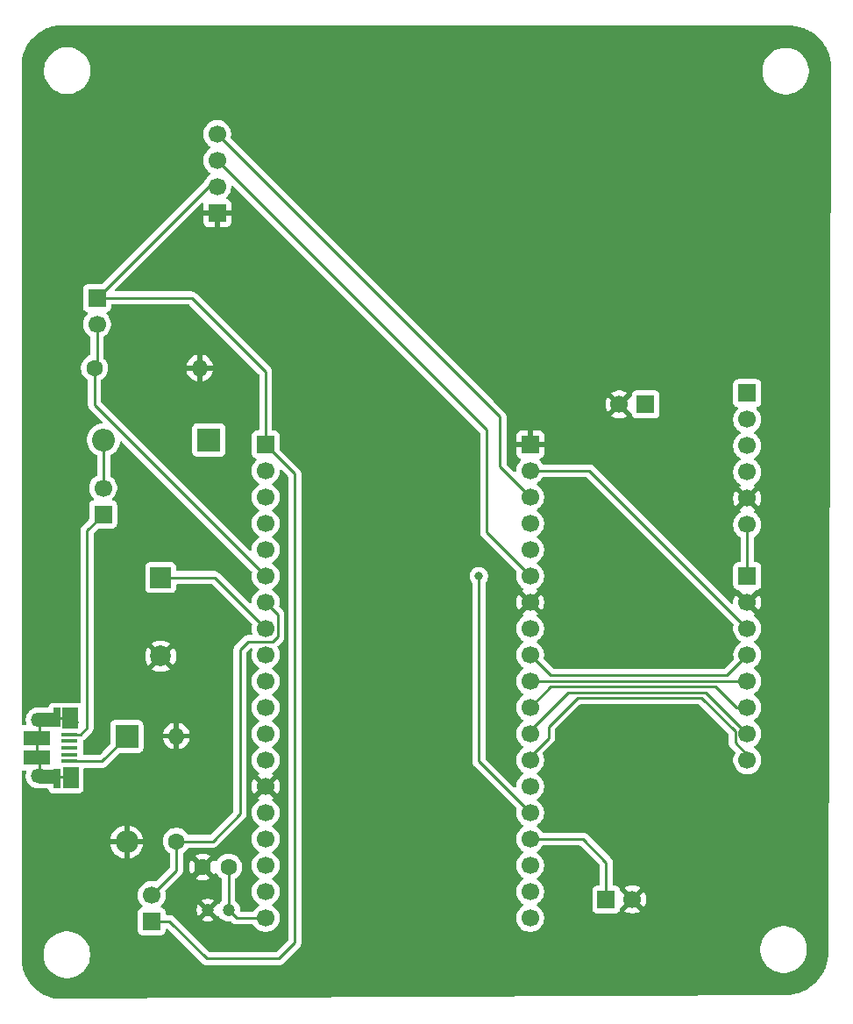
<source format=gbr>
%TF.GenerationSoftware,KiCad,Pcbnew,9.0.1*%
%TF.CreationDate,2025-07-09T00:35:37+03:00*%
%TF.ProjectId,Main,4d61696e-2e6b-4696-9361-645f70636258,rev?*%
%TF.SameCoordinates,Original*%
%TF.FileFunction,Copper,L1,Top*%
%TF.FilePolarity,Positive*%
%FSLAX46Y46*%
G04 Gerber Fmt 4.6, Leading zero omitted, Abs format (unit mm)*
G04 Created by KiCad (PCBNEW 9.0.1) date 2025-07-09 00:35:37*
%MOMM*%
%LPD*%
G01*
G04 APERTURE LIST*
%TA.AperFunction,ComponentPad*%
%ADD10R,2.200000X2.200000*%
%TD*%
%TA.AperFunction,ComponentPad*%
%ADD11O,2.200000X2.200000*%
%TD*%
%TA.AperFunction,SMDPad,CuDef*%
%ADD12R,1.650000X0.400000*%
%TD*%
%TA.AperFunction,SMDPad,CuDef*%
%ADD13R,0.700000X1.825000*%
%TD*%
%TA.AperFunction,SMDPad,CuDef*%
%ADD14R,1.500000X2.000000*%
%TD*%
%TA.AperFunction,SMDPad,CuDef*%
%ADD15R,2.000000X1.350000*%
%TD*%
%TA.AperFunction,HeatsinkPad*%
%ADD16O,1.700000X1.350000*%
%TD*%
%TA.AperFunction,HeatsinkPad*%
%ADD17O,1.500000X1.100000*%
%TD*%
%TA.AperFunction,SMDPad,CuDef*%
%ADD18R,2.500000X1.430000*%
%TD*%
%TA.AperFunction,ComponentPad*%
%ADD19R,1.700000X1.700000*%
%TD*%
%TA.AperFunction,ComponentPad*%
%ADD20C,1.700000*%
%TD*%
%TA.AperFunction,ComponentPad*%
%ADD21R,2.000000X2.000000*%
%TD*%
%TA.AperFunction,ComponentPad*%
%ADD22C,2.000000*%
%TD*%
%TA.AperFunction,ComponentPad*%
%ADD23C,1.600000*%
%TD*%
%TA.AperFunction,ComponentPad*%
%ADD24O,1.600000X1.600000*%
%TD*%
%TA.AperFunction,ComponentPad*%
%ADD25C,1.200000*%
%TD*%
%TA.AperFunction,ViaPad*%
%ADD26C,0.800000*%
%TD*%
%TA.AperFunction,Conductor*%
%ADD27C,0.250000*%
%TD*%
G04 APERTURE END LIST*
D10*
%TO.P,D2,1,K*%
%TO.N,Net-(D2-K)*%
X63020000Y-95150000D03*
D11*
%TO.P,D2,2,A*%
%TO.N,BME GND*%
X63020000Y-105310000D03*
%TD*%
D12*
%TO.P,J6,1,VBUS*%
%TO.N,Net-(J6-VBUS)*%
X57480200Y-94936000D03*
%TO.P,J6,2,D-*%
%TO.N,unconnected-(J6-D--Pad2)*%
X57480200Y-95586000D03*
%TO.P,J6,3,D+*%
%TO.N,unconnected-(J6-D+-Pad3)*%
X57480200Y-96236000D03*
%TO.P,J6,4,ID*%
%TO.N,unconnected-(J6-ID-Pad4)*%
X57480200Y-96886000D03*
%TO.P,J6,5,GND*%
%TO.N,Net-(D2-K)*%
X57480200Y-97536000D03*
D13*
%TO.P,J6,6,Shield*%
%TO.N,unconnected-(J6-Shield-Pad6)*%
X56280200Y-93286000D03*
D14*
X57580200Y-93386000D03*
D15*
X55530200Y-93506000D03*
D16*
X54600200Y-93506000D03*
D17*
X57600200Y-93816000D03*
D18*
X54330200Y-95276000D03*
X54330200Y-97196000D03*
D17*
X57600200Y-98656000D03*
D16*
X54600200Y-98966000D03*
D15*
X55530200Y-98986000D03*
D14*
X57600200Y-99136000D03*
D13*
X56280200Y-99236000D03*
%TD*%
D19*
%TO.P,J4,1,Pin_1*%
%TO.N,+3.3 V*%
X122950000Y-79640000D03*
D20*
%TO.P,J4,2,Pin_2*%
%TO.N,BME GND*%
X122950000Y-82180000D03*
%TO.P,J4,3,Pin_3*%
%TO.N,E-Ink DIN*%
X122950000Y-84720000D03*
%TO.P,J4,4,Pin_4*%
%TO.N,E-Ink CLK*%
X122950000Y-87260000D03*
%TO.P,J4,5,Pin_5*%
%TO.N,E-Ink CS*%
X122950000Y-89800000D03*
%TO.P,J4,6,Pin_6*%
%TO.N,E-Ink DC*%
X122950000Y-92340000D03*
%TO.P,J4,7,Pin_7*%
%TO.N,E-Ink RST*%
X122950000Y-94880000D03*
%TO.P,J4,8,Pin_8*%
%TO.N,E-Ink BUSY*%
X122950000Y-97420000D03*
%TD*%
D19*
%TO.P,SW2,1,1*%
%TO.N,BTN2*%
X109321600Y-110871000D03*
D20*
%TO.P,SW2,2,2*%
%TO.N,BME GND*%
X111861600Y-110871000D03*
%TD*%
D21*
%TO.P,BZ1,1,+*%
%TO.N,Buzzer*%
X66294000Y-79776000D03*
D22*
%TO.P,BZ1,2,-*%
%TO.N,BME GND*%
X66294000Y-87376000D03*
%TD*%
D19*
%TO.P,J5,1,Pin_1*%
%TO.N,unconnected-(J5-Pin_1-Pad1)*%
X122936000Y-61976000D03*
D20*
%TO.P,J5,2,Pin_2*%
%TO.N,unconnected-(J5-Pin_2-Pad2)*%
X122936000Y-64516000D03*
%TO.P,J5,3,Pin_3*%
%TO.N,BME SCL*%
X122936000Y-67056000D03*
%TO.P,J5,4,Pin_4*%
%TO.N,BME SDA*%
X122936000Y-69596000D03*
%TO.P,J5,5,Pin_5*%
%TO.N,BME GND*%
X122936000Y-72136000D03*
%TO.P,J5,6,Pin_6*%
%TO.N,+3.3 V*%
X122936000Y-74676000D03*
%TD*%
D10*
%TO.P,D1,1,K*%
%TO.N,+5 v*%
X70950000Y-66490000D03*
D11*
%TO.P,D1,2,A*%
%TO.N,Net-(D1-A)*%
X60790000Y-66490000D03*
%TD*%
D19*
%TO.P,J1,1,Pin_1*%
%TO.N,BME GND*%
X101981000Y-66929000D03*
D20*
%TO.P,J1,2,Pin_2*%
%TO.N,E-Ink DIN*%
X101981000Y-69469000D03*
%TO.P,J1,3,Pin_3*%
%TO.N,BME SCL*%
X101981000Y-72009000D03*
%TO.P,J1,4,Pin_4*%
%TO.N,GPIO1*%
X101981000Y-74549000D03*
%TO.P,J1,5,Pin_5*%
%TO.N,GPIO3*%
X101981000Y-77089000D03*
%TO.P,J1,6,Pin_6*%
%TO.N,BME SDA*%
X101981000Y-79629000D03*
%TO.P,J1,7,Pin_7*%
%TO.N,BME GND*%
X101981000Y-82169000D03*
%TO.P,J1,8,Pin_8*%
%TO.N,GPIO19*%
X101981000Y-84709000D03*
%TO.P,J1,9,Pin_9*%
%TO.N,E-Ink CLK*%
X101981000Y-87249000D03*
%TO.P,J1,10,Pin_10*%
%TO.N,E-Ink CS*%
X101981000Y-89789000D03*
%TO.P,J1,11,Pin_11*%
%TO.N,E-Ink DC*%
X101981000Y-92329000D03*
%TO.P,J1,12,Pin_12*%
%TO.N,E-Ink RST*%
X101981000Y-94869000D03*
%TO.P,J1,13,Pin_13*%
%TO.N,E-Ink BUSY*%
X101981000Y-97409000D03*
%TO.P,J1,14,Pin_14*%
%TO.N,GPIO0*%
X101981000Y-99949000D03*
%TO.P,J1,15,Pin_15*%
%TO.N,BTN1*%
X101981000Y-102489000D03*
%TO.P,J1,16,Pin_16*%
%TO.N,BTN2*%
X101981000Y-105029000D03*
%TO.P,J1,17,Pin_17*%
%TO.N,GPIO8*%
X101981000Y-107569000D03*
%TO.P,J1,18,Pin_18*%
%TO.N,GPIO7*%
X101981000Y-110109000D03*
%TO.P,J1,19,Pin_19*%
%TO.N,GPIO6*%
X101981000Y-112649000D03*
%TD*%
D23*
%TO.P,R4,1*%
%TO.N,A2 LIGHT READ*%
X67820000Y-105250000D03*
D24*
%TO.P,R4,2*%
%TO.N,BME GND*%
X67820000Y-95090000D03*
%TD*%
D23*
%TO.P,R1,1*%
%TO.N,A1 LIGHT READ*%
X59893200Y-59537600D03*
D24*
%TO.P,R1,2*%
%TO.N,BME GND*%
X70053200Y-59537600D03*
%TD*%
D19*
%TO.P,R2,1*%
%TO.N,+3.3 V*%
X60147200Y-52781200D03*
D20*
%TO.P,R2,2*%
%TO.N,A1 LIGHT READ*%
X60147200Y-55321200D03*
%TD*%
D19*
%TO.P,R3,1*%
%TO.N,+3.3 V*%
X65420000Y-112990000D03*
D20*
%TO.P,R3,2*%
%TO.N,A2 LIGHT READ*%
X65420000Y-110450000D03*
%TD*%
D19*
%TO.P,J3,1,Pin_1*%
%TO.N,BME GND*%
X71755000Y-44577000D03*
D20*
%TO.P,J3,2,Pin_2*%
%TO.N,+3.3 V*%
X71755000Y-42037000D03*
%TO.P,J3,3,Pin_3*%
%TO.N,BME SDA*%
X71755000Y-39497000D03*
%TO.P,J3,4,Pin_4*%
%TO.N,BME SCL*%
X71755000Y-36957000D03*
%TD*%
D19*
%TO.P,J2,1,Pin_1*%
%TO.N,+3.3 V*%
X76428600Y-66929000D03*
D20*
%TO.P,J2,2,Pin_2*%
%TO.N,ESP_EN*%
X76428600Y-69469000D03*
%TO.P,J2,3,Pin_3*%
%TO.N,GPI36*%
X76428600Y-72009000D03*
%TO.P,J2,4,Pin_4*%
%TO.N,GPI39*%
X76428600Y-74549000D03*
%TO.P,J2,5,Pin_5*%
%TO.N,GPI34*%
X76428600Y-77089000D03*
%TO.P,J2,6,Pin_6*%
%TO.N,A1 LIGHT READ*%
X76428600Y-79629000D03*
%TO.P,J2,7,Pin_7*%
%TO.N,A2 LIGHT READ*%
X76428600Y-82169000D03*
%TO.P,J2,8,Pin_8*%
%TO.N,Buzzer*%
X76428600Y-84709000D03*
%TO.P,J2,9,Pin_9*%
%TO.N,GPIO25*%
X76428600Y-87249000D03*
%TO.P,J2,10,Pin_10*%
%TO.N,GPIO26*%
X76428600Y-89789000D03*
%TO.P,J2,11,Pin_11*%
%TO.N,GPIO27*%
X76428600Y-92329000D03*
%TO.P,J2,12,Pin_12*%
%TO.N,GPIO14*%
X76428600Y-94869000D03*
%TO.P,J2,13,Pin_13*%
%TO.N,GPIO12*%
X76428600Y-97409000D03*
%TO.P,J2,14,Pin_14*%
%TO.N,BME GND*%
X76428600Y-99949000D03*
%TO.P,J2,15,Pin_15*%
%TO.N,GPIO13*%
X76428600Y-102489000D03*
%TO.P,J2,16,Pin_16*%
%TO.N,GPIO9*%
X76428600Y-105029000D03*
%TO.P,J2,17,Pin_17*%
%TO.N,GPIO10*%
X76428600Y-107569000D03*
%TO.P,J2,18,Pin_18*%
%TO.N,GPIO11*%
X76428600Y-110109000D03*
%TO.P,J2,19,Pin_19*%
%TO.N,+5 v*%
X76428600Y-112649000D03*
%TD*%
D23*
%TO.P,C2,1*%
%TO.N,+5 v*%
X72850000Y-107740000D03*
%TO.P,C2,2*%
%TO.N,BME GND*%
X70350000Y-107740000D03*
%TD*%
D19*
%TO.P,SW1,1,1*%
%TO.N,BTN1*%
X113131600Y-63068200D03*
D20*
%TO.P,SW1,2,2*%
%TO.N,BME GND*%
X110591600Y-63068200D03*
%TD*%
D25*
%TO.P,C1,1*%
%TO.N,+5 v*%
X72860000Y-111910000D03*
%TO.P,C1,2*%
%TO.N,BME GND*%
X70860000Y-111910000D03*
%TD*%
D19*
%TO.P,SW3,1,A*%
%TO.N,Net-(J6-VBUS)*%
X60731400Y-73685400D03*
D20*
%TO.P,SW3,2,B*%
%TO.N,Net-(D1-A)*%
X60731400Y-71145400D03*
%TD*%
D26*
%TO.N,BME GND*%
X112500000Y-95000000D03*
X112500000Y-85000000D03*
X82500000Y-110000000D03*
X97500000Y-110000000D03*
X90000000Y-67500000D03*
X77500000Y-52500000D03*
X102500000Y-55000000D03*
X90000000Y-40000000D03*
X60000000Y-40000000D03*
%TO.N,BTN1*%
X97020000Y-79670000D03*
%TD*%
D27*
%TO.N,BTN1*%
X97020000Y-79670000D02*
X97020000Y-79640000D01*
X97020000Y-97528000D02*
X97020000Y-79670000D01*
X101981000Y-102489000D02*
X97020000Y-97528000D01*
%TO.N,Buzzer*%
X71495600Y-79776000D02*
X66294000Y-79776000D01*
X76428600Y-84709000D02*
X71495600Y-79776000D01*
%TO.N,E-Ink RST*%
X105660000Y-90900000D02*
X101981000Y-94579000D01*
X122950000Y-94880000D02*
X118970000Y-90900000D01*
X118970000Y-90900000D02*
X105660000Y-90900000D01*
X101981000Y-94579000D02*
X101981000Y-94869000D01*
%TO.N,BME SCL*%
X71755000Y-36957000D02*
X99060000Y-64262000D01*
X99060000Y-64262000D02*
X99060000Y-69088000D01*
X99060000Y-69088000D02*
X101981000Y-72009000D01*
%TO.N,E-Ink CS*%
X122939000Y-89789000D02*
X122950000Y-89800000D01*
X101981000Y-89789000D02*
X122939000Y-89789000D01*
%TO.N,E-Ink DC*%
X121880000Y-92340000D02*
X122950000Y-92340000D01*
X103970000Y-90340000D02*
X119880000Y-90340000D01*
X119880000Y-90340000D02*
X121880000Y-92340000D01*
X101981000Y-92329000D02*
X103970000Y-90340000D01*
%TO.N,E-Ink CLK*%
X103952000Y-89220000D02*
X101981000Y-87249000D01*
X122950000Y-87260000D02*
X120990000Y-89220000D01*
X120990000Y-89220000D02*
X103952000Y-89220000D01*
%TO.N,E-Ink DIN*%
X122950000Y-84720000D02*
X107699000Y-69469000D01*
X107699000Y-69469000D02*
X101981000Y-69469000D01*
%TO.N,E-Ink BUSY*%
X101981000Y-97409000D02*
X101981000Y-97039000D01*
X101981000Y-97039000D02*
X103740000Y-95280000D01*
X121774000Y-94634000D02*
X121774000Y-95734000D01*
X103740000Y-94180000D02*
X106530000Y-91390000D01*
X122950000Y-96910000D02*
X122950000Y-97420000D01*
X106530000Y-91390000D02*
X118530000Y-91390000D01*
X103740000Y-95280000D02*
X103740000Y-94180000D01*
X118530000Y-91390000D02*
X121774000Y-94634000D01*
X121774000Y-95734000D02*
X122950000Y-96910000D01*
%TO.N,BME SDA*%
X97790000Y-65532000D02*
X97790000Y-75438000D01*
X97790000Y-75438000D02*
X101981000Y-79629000D01*
X71755000Y-39497000D02*
X97790000Y-65532000D01*
%TO.N,BTN2*%
X109321600Y-107289600D02*
X107061000Y-105029000D01*
X107061000Y-105029000D02*
X101981000Y-105029000D01*
X109321600Y-110871000D02*
X109321600Y-107289600D01*
%TO.N,A1 LIGHT READ*%
X60147200Y-55321200D02*
X60147200Y-59283600D01*
X60147200Y-59283600D02*
X59893200Y-59537600D01*
X59893200Y-59537600D02*
X59893200Y-63093600D01*
X59893200Y-63093600D02*
X76428600Y-79629000D01*
%TO.N,+5 v*%
X73599000Y-112649000D02*
X72860000Y-111910000D01*
X76428600Y-112649000D02*
X73599000Y-112649000D01*
X72860000Y-107750000D02*
X72850000Y-107740000D01*
X72860000Y-111910000D02*
X72860000Y-107750000D01*
%TO.N,+3.3 V*%
X76428600Y-59918600D02*
X76428600Y-66929000D01*
X69291200Y-52781200D02*
X76428600Y-59918600D01*
X70726000Y-116586000D02*
X77724000Y-116586000D01*
X122950000Y-79640000D02*
X122950000Y-74690000D01*
X79248000Y-69748400D02*
X76428600Y-66929000D01*
X67130000Y-112990000D02*
X65420000Y-112990000D01*
X60147200Y-52781200D02*
X70891400Y-42037000D01*
X122950000Y-74690000D02*
X122936000Y-74676000D01*
X60147200Y-52781200D02*
X69291200Y-52781200D01*
X77724000Y-116586000D02*
X79248000Y-115062000D01*
X70891400Y-42037000D02*
X71755000Y-42037000D01*
X70726000Y-116586000D02*
X67130000Y-112990000D01*
X79248000Y-115062000D02*
X79248000Y-69748400D01*
%TO.N,A2 LIGHT READ*%
X77120000Y-85970000D02*
X74710000Y-85970000D01*
X77604600Y-83345000D02*
X77604600Y-85485400D01*
X74710000Y-85970000D02*
X73950000Y-86730000D01*
X73950000Y-102610000D02*
X71310000Y-105250000D01*
X67820000Y-105250000D02*
X67820000Y-108050000D01*
X76428600Y-82169000D02*
X77604600Y-83345000D01*
X73950000Y-86730000D02*
X73950000Y-102610000D01*
X71310000Y-105250000D02*
X67820000Y-105250000D01*
X67820000Y-108050000D02*
X65420000Y-110450000D01*
X77604600Y-85485400D02*
X77120000Y-85970000D01*
%TO.N,unconnected-(J6-Shield-Pad6)*%
X54330200Y-97196000D02*
X54330200Y-95276000D01*
X54600200Y-93506000D02*
X54600200Y-95006000D01*
X57580200Y-93386000D02*
X55650200Y-93386000D01*
X54600200Y-95006000D02*
X54330200Y-95276000D01*
X55530200Y-98986000D02*
X57270200Y-98986000D01*
X57270200Y-98986000D02*
X57600200Y-98656000D01*
X54600200Y-97466000D02*
X54330200Y-97196000D01*
X55650200Y-93386000D02*
X55530200Y-93506000D01*
X54600200Y-98966000D02*
X54600200Y-97466000D01*
%TO.N,Net-(J6-VBUS)*%
X58555200Y-94936000D02*
X59182000Y-94309200D01*
X57480200Y-94936000D02*
X58555200Y-94936000D01*
X59182000Y-94309200D02*
X59182000Y-75234800D01*
X59182000Y-75234800D02*
X60731400Y-73685400D01*
%TO.N,Net-(D1-A)*%
X60790000Y-71086800D02*
X60731400Y-71145400D01*
X60790000Y-66490000D02*
X60790000Y-71086800D01*
%TO.N,Net-(D2-K)*%
X63020000Y-95150000D02*
X60634000Y-97536000D01*
X60634000Y-97536000D02*
X57480200Y-97536000D01*
X57516200Y-97500000D02*
X57480200Y-97536000D01*
%TD*%
%TA.AperFunction,Conductor*%
%TO.N,BME GND*%
G36*
X56824939Y-26459580D02*
G01*
X56829350Y-26460496D01*
X56849792Y-26460499D01*
X56849793Y-26460500D01*
X126829699Y-26471903D01*
X126834177Y-26471986D01*
X126881256Y-26473706D01*
X126881259Y-26473792D01*
X126881759Y-26473780D01*
X127219517Y-26481199D01*
X127225891Y-26481505D01*
X127303208Y-26487231D01*
X127308118Y-26487695D01*
X127601526Y-26521397D01*
X127608598Y-26522417D01*
X127679735Y-26534781D01*
X127683922Y-26535583D01*
X127978948Y-26597468D01*
X127986569Y-26599321D01*
X128046515Y-26615929D01*
X128049905Y-26616921D01*
X128348124Y-26708897D01*
X128356226Y-26711706D01*
X128397979Y-26727824D01*
X128400453Y-26728812D01*
X128705689Y-26854839D01*
X128714119Y-26858695D01*
X128725610Y-26864483D01*
X128727505Y-26865458D01*
X129042272Y-27030916D01*
X129052140Y-27036701D01*
X129359034Y-27236175D01*
X129368324Y-27242844D01*
X129491355Y-27340067D01*
X129655499Y-27469780D01*
X129664147Y-27477288D01*
X129929155Y-27729751D01*
X129937074Y-27738026D01*
X130048833Y-27866161D01*
X130177658Y-28013862D01*
X130184775Y-28022826D01*
X130398879Y-28319682D01*
X130405143Y-28329271D01*
X130586080Y-28636362D01*
X130587148Y-28638211D01*
X130592949Y-28648456D01*
X130597233Y-28656733D01*
X130738113Y-28955952D01*
X130739297Y-28958544D01*
X130757128Y-28998790D01*
X130760339Y-29006774D01*
X130866781Y-29300522D01*
X130867948Y-29303894D01*
X130887324Y-29362586D01*
X130889558Y-29370151D01*
X130965709Y-29661990D01*
X130966718Y-29666151D01*
X130982482Y-29736410D01*
X130983850Y-29743454D01*
X131031742Y-30034956D01*
X131032452Y-30039900D01*
X131041910Y-30116685D01*
X131042530Y-30123088D01*
X131065983Y-30455476D01*
X131066289Y-30464590D01*
X130799660Y-115848363D01*
X130799500Y-115848901D01*
X130799500Y-115897128D01*
X130799368Y-115902855D01*
X130783476Y-116246572D01*
X130783011Y-116252999D01*
X130775129Y-116333028D01*
X130774537Y-116338005D01*
X130732678Y-116638084D01*
X130731484Y-116645144D01*
X130716849Y-116718720D01*
X130715938Y-116722919D01*
X130645138Y-117023944D01*
X130643093Y-117031549D01*
X130624301Y-117093498D01*
X130623212Y-117096910D01*
X130521450Y-117400523D01*
X130518439Y-117408569D01*
X130500574Y-117451699D01*
X130499447Y-117454332D01*
X130362622Y-117764211D01*
X130358545Y-117772580D01*
X130351905Y-117785002D01*
X130350877Y-117786886D01*
X130173278Y-118105739D01*
X130167249Y-118115477D01*
X129954513Y-118426033D01*
X129947611Y-118435173D01*
X129707125Y-118724780D01*
X129699408Y-118733244D01*
X129433244Y-118999408D01*
X129424780Y-119007125D01*
X129135173Y-119247611D01*
X129126033Y-119254513D01*
X128815477Y-119467249D01*
X128805739Y-119473278D01*
X128486886Y-119650877D01*
X128485002Y-119651905D01*
X128472580Y-119658545D01*
X128464211Y-119662622D01*
X128154332Y-119799447D01*
X128151699Y-119800574D01*
X128108569Y-119818439D01*
X128100523Y-119821450D01*
X127796910Y-119923212D01*
X127793498Y-119924301D01*
X127731549Y-119943093D01*
X127723944Y-119945138D01*
X127422919Y-120015938D01*
X127418720Y-120016849D01*
X127345144Y-120031484D01*
X127338085Y-120032678D01*
X127038017Y-120074536D01*
X127033037Y-120075128D01*
X127008838Y-120077511D01*
X126997284Y-120078107D01*
X56068684Y-120420366D01*
X56043866Y-120417979D01*
X56010043Y-120411243D01*
X56005874Y-120410338D01*
X55722355Y-120343658D01*
X55714709Y-120341600D01*
X55662547Y-120325758D01*
X55659177Y-120324681D01*
X55372767Y-120228690D01*
X55364668Y-120225658D01*
X55331042Y-120211712D01*
X55328461Y-120210607D01*
X55035074Y-120081067D01*
X55026631Y-120076950D01*
X55024130Y-120075611D01*
X55022320Y-120074623D01*
X54719690Y-119906063D01*
X54709952Y-119900033D01*
X54563111Y-119799447D01*
X54422251Y-119702957D01*
X54413130Y-119696069D01*
X54144832Y-119473283D01*
X54136377Y-119465576D01*
X53889786Y-119218990D01*
X53882071Y-119210527D01*
X53710128Y-119003468D01*
X53659277Y-118942232D01*
X53652380Y-118933098D01*
X53557453Y-118794525D01*
X53455298Y-118645401D01*
X53449280Y-118635681D01*
X53286317Y-118343114D01*
X53285324Y-118341290D01*
X53277052Y-118325770D01*
X53273063Y-118317569D01*
X53147032Y-118032144D01*
X53145875Y-118029434D01*
X53128618Y-117987618D01*
X53125688Y-117979771D01*
X53031585Y-117699015D01*
X53030472Y-117695521D01*
X53012948Y-117637455D01*
X53010969Y-117630073D01*
X52945320Y-117350963D01*
X52944390Y-117346665D01*
X52930965Y-117278626D01*
X52929826Y-117271860D01*
X52890919Y-116992966D01*
X52890320Y-116987898D01*
X52883222Y-116914593D01*
X52882786Y-116908502D01*
X52868165Y-116592339D01*
X52868034Y-116586612D01*
X52868034Y-116536010D01*
X52868031Y-116535988D01*
X52868006Y-116062486D01*
X54989500Y-116062486D01*
X54989500Y-116357513D01*
X55019663Y-116586612D01*
X55028007Y-116649993D01*
X55097256Y-116908435D01*
X55104361Y-116934951D01*
X55104364Y-116934961D01*
X55217254Y-117207500D01*
X55217258Y-117207510D01*
X55364761Y-117462993D01*
X55544352Y-117697040D01*
X55544358Y-117697047D01*
X55752952Y-117905641D01*
X55752959Y-117905647D01*
X55987006Y-118085238D01*
X56242489Y-118232741D01*
X56242490Y-118232741D01*
X56242493Y-118232743D01*
X56453296Y-118320060D01*
X56504548Y-118341290D01*
X56515048Y-118345639D01*
X56800007Y-118421993D01*
X57092494Y-118460500D01*
X57092501Y-118460500D01*
X57387499Y-118460500D01*
X57387506Y-118460500D01*
X57679993Y-118421993D01*
X57964952Y-118345639D01*
X58237507Y-118232743D01*
X58492994Y-118085238D01*
X58727042Y-117905646D01*
X58935646Y-117697042D01*
X59115238Y-117462994D01*
X59262743Y-117207507D01*
X59375639Y-116934952D01*
X59451993Y-116649993D01*
X59490500Y-116357506D01*
X59490500Y-116062494D01*
X59451993Y-115770007D01*
X59375639Y-115485048D01*
X59262743Y-115212493D01*
X59211425Y-115123608D01*
X59115238Y-114957006D01*
X58935647Y-114722959D01*
X58935641Y-114722952D01*
X58727047Y-114514358D01*
X58727040Y-114514352D01*
X58492993Y-114334761D01*
X58237510Y-114187258D01*
X58237500Y-114187254D01*
X57964961Y-114074364D01*
X57964954Y-114074362D01*
X57964952Y-114074361D01*
X57679993Y-113998007D01*
X57631113Y-113991571D01*
X57387513Y-113959500D01*
X57387506Y-113959500D01*
X57092494Y-113959500D01*
X57092486Y-113959500D01*
X56814085Y-113996153D01*
X56800007Y-113998007D01*
X56776320Y-114004354D01*
X56515048Y-114074361D01*
X56515038Y-114074364D01*
X56242499Y-114187254D01*
X56242489Y-114187258D01*
X55987006Y-114334761D01*
X55752959Y-114514352D01*
X55752952Y-114514358D01*
X55544358Y-114722952D01*
X55544352Y-114722959D01*
X55364761Y-114957006D01*
X55217258Y-115212489D01*
X55217254Y-115212499D01*
X55104364Y-115485038D01*
X55104361Y-115485048D01*
X55028008Y-115770004D01*
X55028006Y-115770015D01*
X54989500Y-116062486D01*
X52868006Y-116062486D01*
X52867436Y-105060000D01*
X61439652Y-105060000D01*
X62529252Y-105060000D01*
X62507482Y-105097708D01*
X62470000Y-105237591D01*
X62470000Y-105382409D01*
X62507482Y-105522292D01*
X62529252Y-105560000D01*
X61439652Y-105560000D01*
X61459397Y-105684668D01*
X61459397Y-105684671D01*
X61537219Y-105924184D01*
X61651557Y-106148583D01*
X61799590Y-106352331D01*
X61799590Y-106352332D01*
X61977667Y-106530409D01*
X62181416Y-106678442D01*
X62405815Y-106792780D01*
X62645329Y-106870602D01*
X62770000Y-106890348D01*
X62770000Y-105800747D01*
X62807708Y-105822518D01*
X62947591Y-105860000D01*
X63092409Y-105860000D01*
X63232292Y-105822518D01*
X63270000Y-105800747D01*
X63270000Y-106890347D01*
X63394668Y-106870602D01*
X63394671Y-106870602D01*
X63634184Y-106792780D01*
X63858583Y-106678442D01*
X64062331Y-106530409D01*
X64062332Y-106530409D01*
X64240409Y-106352332D01*
X64240409Y-106352331D01*
X64388442Y-106148583D01*
X64502780Y-105924184D01*
X64580602Y-105684671D01*
X64580602Y-105684668D01*
X64600348Y-105560000D01*
X63510748Y-105560000D01*
X63532518Y-105522292D01*
X63570000Y-105382409D01*
X63570000Y-105237591D01*
X63532518Y-105097708D01*
X63510748Y-105060000D01*
X64600348Y-105060000D01*
X64580602Y-104935331D01*
X64580602Y-104935328D01*
X64502780Y-104695815D01*
X64388442Y-104471416D01*
X64240409Y-104267668D01*
X64240409Y-104267667D01*
X64062332Y-104089590D01*
X63858583Y-103941557D01*
X63634184Y-103827219D01*
X63394670Y-103749397D01*
X63270000Y-103729650D01*
X63270000Y-104819252D01*
X63232292Y-104797482D01*
X63092409Y-104760000D01*
X62947591Y-104760000D01*
X62807708Y-104797482D01*
X62770000Y-104819252D01*
X62770000Y-103729650D01*
X62645330Y-103749397D01*
X62645327Y-103749397D01*
X62405815Y-103827219D01*
X62181416Y-103941557D01*
X61977668Y-104089590D01*
X61977667Y-104089590D01*
X61799590Y-104267667D01*
X61799590Y-104267668D01*
X61651557Y-104471416D01*
X61537219Y-104695815D01*
X61459397Y-104935328D01*
X61459397Y-104935331D01*
X61439652Y-105060000D01*
X52867436Y-105060000D01*
X52867098Y-98531784D01*
X52869962Y-98522028D01*
X52868696Y-98511939D01*
X52879637Y-98489071D01*
X52886779Y-98464747D01*
X52894464Y-98458087D01*
X52898854Y-98448913D01*
X52920424Y-98435590D01*
X52939581Y-98418989D01*
X52951228Y-98416563D01*
X52958299Y-98412197D01*
X52980959Y-98410374D01*
X52993318Y-98407801D01*
X52998842Y-98407899D01*
X53032327Y-98411500D01*
X53199834Y-98411499D01*
X53200922Y-98411519D01*
X53233229Y-98421637D01*
X53265741Y-98431183D01*
X53266497Y-98432056D01*
X53267599Y-98432401D01*
X53289316Y-98458390D01*
X53311496Y-98483987D01*
X53311660Y-98485129D01*
X53312401Y-98486016D01*
X53316620Y-98519623D01*
X53321440Y-98553145D01*
X53321042Y-98554853D01*
X53321104Y-98555341D01*
X53320764Y-98556051D01*
X53316633Y-98573816D01*
X53278645Y-98690732D01*
X53249700Y-98873486D01*
X53249700Y-99058513D01*
X53278645Y-99241265D01*
X53335819Y-99417232D01*
X53335820Y-99417235D01*
X53369368Y-99483075D01*
X53419822Y-99582096D01*
X53528579Y-99731787D01*
X53659413Y-99862621D01*
X53809104Y-99971378D01*
X53889963Y-100012577D01*
X53973964Y-100055379D01*
X53973967Y-100055380D01*
X54041385Y-100077285D01*
X54149936Y-100112555D01*
X54332686Y-100141500D01*
X54363905Y-100141500D01*
X54407239Y-100149319D01*
X54422708Y-100155088D01*
X54422711Y-100155088D01*
X54422717Y-100155091D01*
X54482327Y-100161500D01*
X55315668Y-100161499D01*
X55382707Y-100181183D01*
X55428462Y-100233987D01*
X55434798Y-100252470D01*
X55486402Y-100390828D01*
X55486406Y-100390835D01*
X55572652Y-100506044D01*
X55572655Y-100506047D01*
X55687864Y-100592293D01*
X55687871Y-100592297D01*
X55822717Y-100642591D01*
X55822716Y-100642591D01*
X55829644Y-100643335D01*
X55882327Y-100649000D01*
X56678072Y-100648999D01*
X56737683Y-100642591D01*
X56737687Y-100642589D01*
X56737690Y-100642589D01*
X56745238Y-100640806D01*
X56745448Y-100641695D01*
X56793961Y-100635600D01*
X56802327Y-100636500D01*
X58398072Y-100636499D01*
X58457683Y-100630091D01*
X58592531Y-100579796D01*
X58707746Y-100493546D01*
X58793996Y-100378331D01*
X58844291Y-100243483D01*
X58850700Y-100183873D01*
X58850699Y-98759468D01*
X58850700Y-98759465D01*
X58850700Y-98552535D01*
X58850699Y-98552531D01*
X58850699Y-98285500D01*
X58870384Y-98218461D01*
X58923188Y-98172706D01*
X58974699Y-98161500D01*
X60695608Y-98161500D01*
X60695608Y-98161499D01*
X60762552Y-98148184D01*
X60816452Y-98137463D01*
X60869475Y-98115500D01*
X60930286Y-98090312D01*
X60930289Y-98090309D01*
X60930291Y-98090309D01*
X60954721Y-98073984D01*
X60983825Y-98054537D01*
X61032733Y-98021858D01*
X61119858Y-97934733D01*
X61119858Y-97934731D01*
X61130066Y-97924524D01*
X61130068Y-97924521D01*
X62267771Y-96786818D01*
X62329094Y-96753333D01*
X62355452Y-96750499D01*
X64167871Y-96750499D01*
X64167872Y-96750499D01*
X64227483Y-96744091D01*
X64362331Y-96693796D01*
X64477546Y-96607546D01*
X64563796Y-96492331D01*
X64614091Y-96357483D01*
X64620500Y-96297873D01*
X64620499Y-94840000D01*
X66543391Y-94840000D01*
X67504314Y-94840000D01*
X67499920Y-94844394D01*
X67447259Y-94935606D01*
X67420000Y-95037339D01*
X67420000Y-95142661D01*
X67447259Y-95244394D01*
X67499920Y-95335606D01*
X67504314Y-95340000D01*
X66543391Y-95340000D01*
X66552009Y-95394413D01*
X66615244Y-95589029D01*
X66708140Y-95771349D01*
X66828417Y-95936894D01*
X66828417Y-95936895D01*
X66973104Y-96081582D01*
X67138650Y-96201859D01*
X67320968Y-96294754D01*
X67515578Y-96357988D01*
X67570000Y-96366607D01*
X67570000Y-95405686D01*
X67574394Y-95410080D01*
X67665606Y-95462741D01*
X67767339Y-95490000D01*
X67872661Y-95490000D01*
X67974394Y-95462741D01*
X68065606Y-95410080D01*
X68070000Y-95405686D01*
X68070000Y-96366606D01*
X68124421Y-96357988D01*
X68319031Y-96294754D01*
X68501349Y-96201859D01*
X68666894Y-96081582D01*
X68666895Y-96081582D01*
X68811582Y-95936895D01*
X68811582Y-95936894D01*
X68931859Y-95771349D01*
X69024755Y-95589029D01*
X69087990Y-95394413D01*
X69096609Y-95340000D01*
X68135686Y-95340000D01*
X68140080Y-95335606D01*
X68192741Y-95244394D01*
X68220000Y-95142661D01*
X68220000Y-95037339D01*
X68192741Y-94935606D01*
X68140080Y-94844394D01*
X68135686Y-94840000D01*
X69096609Y-94840000D01*
X69087990Y-94785586D01*
X69024755Y-94590970D01*
X68931859Y-94408650D01*
X68811582Y-94243105D01*
X68811582Y-94243104D01*
X68666895Y-94098417D01*
X68501349Y-93978140D01*
X68319029Y-93885244D01*
X68124413Y-93822009D01*
X68070000Y-93813390D01*
X68070000Y-94774314D01*
X68065606Y-94769920D01*
X67974394Y-94717259D01*
X67872661Y-94690000D01*
X67767339Y-94690000D01*
X67665606Y-94717259D01*
X67574394Y-94769920D01*
X67570000Y-94774314D01*
X67570000Y-93813390D01*
X67515586Y-93822009D01*
X67320970Y-93885244D01*
X67138650Y-93978140D01*
X66973105Y-94098417D01*
X66973104Y-94098417D01*
X66828417Y-94243104D01*
X66828417Y-94243105D01*
X66708140Y-94408650D01*
X66615244Y-94590970D01*
X66552009Y-94785586D01*
X66543391Y-94840000D01*
X64620499Y-94840000D01*
X64620499Y-94002128D01*
X64614091Y-93942517D01*
X64579543Y-93849890D01*
X64563797Y-93807671D01*
X64563793Y-93807664D01*
X64477547Y-93692455D01*
X64477544Y-93692452D01*
X64362335Y-93606206D01*
X64362328Y-93606202D01*
X64227482Y-93555908D01*
X64227483Y-93555908D01*
X64167883Y-93549501D01*
X64167881Y-93549500D01*
X64167873Y-93549500D01*
X64167864Y-93549500D01*
X61872129Y-93549500D01*
X61872123Y-93549501D01*
X61812516Y-93555908D01*
X61677671Y-93606202D01*
X61677664Y-93606206D01*
X61562455Y-93692452D01*
X61562452Y-93692455D01*
X61476206Y-93807664D01*
X61476202Y-93807671D01*
X61425908Y-93942517D01*
X61419961Y-93997837D01*
X61419501Y-94002123D01*
X61419500Y-94002135D01*
X61419500Y-95814546D01*
X61399815Y-95881585D01*
X61383181Y-95902227D01*
X61135409Y-96150000D01*
X60647282Y-96638128D01*
X60411229Y-96874181D01*
X60349906Y-96907666D01*
X60323548Y-96910500D01*
X58929700Y-96910500D01*
X58923029Y-96908541D01*
X58916185Y-96909761D01*
X58889940Y-96898825D01*
X58862661Y-96890815D01*
X58858108Y-96885561D01*
X58851691Y-96882887D01*
X58835522Y-96859496D01*
X58816906Y-96838011D01*
X58814963Y-96829751D01*
X58811963Y-96825411D01*
X58807671Y-96798749D01*
X58805770Y-96790665D01*
X58805699Y-96788568D01*
X58805699Y-96638128D01*
X58799291Y-96578517D01*
X58798576Y-96576600D01*
X58798192Y-96565165D01*
X58798832Y-96562679D01*
X58798832Y-96547745D01*
X58799289Y-96543486D01*
X58799291Y-96543483D01*
X58805700Y-96483873D01*
X58805699Y-95988128D01*
X58799291Y-95928517D01*
X58799289Y-95928513D01*
X58798832Y-95924255D01*
X58798832Y-95897745D01*
X58799289Y-95893486D01*
X58799291Y-95893483D01*
X58805700Y-95833873D01*
X58805699Y-95587183D01*
X58807934Y-95579568D01*
X58806665Y-95571733D01*
X58817637Y-95546524D01*
X58825383Y-95520145D01*
X58832092Y-95513314D01*
X58834550Y-95507669D01*
X58860800Y-95484088D01*
X58917375Y-95446285D01*
X58953933Y-95421858D01*
X59041058Y-95334733D01*
X59041059Y-95334731D01*
X59048125Y-95327665D01*
X59048128Y-95327661D01*
X59580729Y-94795060D01*
X59580733Y-94795058D01*
X59667858Y-94707933D01*
X59703562Y-94654499D01*
X59736312Y-94605486D01*
X59775292Y-94511378D01*
X59783463Y-94491652D01*
X59807500Y-94370806D01*
X59807500Y-87257947D01*
X64794000Y-87257947D01*
X64794000Y-87494052D01*
X64830934Y-87727247D01*
X64903897Y-87951802D01*
X65011087Y-88162174D01*
X65071338Y-88245104D01*
X65071340Y-88245105D01*
X65811037Y-87505408D01*
X65828075Y-87568993D01*
X65893901Y-87683007D01*
X65986993Y-87776099D01*
X66101007Y-87841925D01*
X66164590Y-87858962D01*
X65424893Y-88598658D01*
X65507828Y-88658914D01*
X65718197Y-88766102D01*
X65942752Y-88839065D01*
X65942751Y-88839065D01*
X66175948Y-88876000D01*
X66412052Y-88876000D01*
X66645247Y-88839065D01*
X66869802Y-88766102D01*
X67080163Y-88658918D01*
X67080169Y-88658914D01*
X67163104Y-88598658D01*
X67163105Y-88598658D01*
X66423408Y-87858962D01*
X66486993Y-87841925D01*
X66601007Y-87776099D01*
X66694099Y-87683007D01*
X66759925Y-87568993D01*
X66776962Y-87505409D01*
X67516658Y-88245105D01*
X67516658Y-88245104D01*
X67576914Y-88162169D01*
X67576918Y-88162163D01*
X67684102Y-87951802D01*
X67757065Y-87727247D01*
X67794000Y-87494052D01*
X67794000Y-87257947D01*
X67757065Y-87024752D01*
X67684102Y-86800197D01*
X67576914Y-86589828D01*
X67516658Y-86506894D01*
X67516658Y-86506893D01*
X66776962Y-87246590D01*
X66759925Y-87183007D01*
X66694099Y-87068993D01*
X66601007Y-86975901D01*
X66486993Y-86910075D01*
X66423409Y-86893037D01*
X67163105Y-86153340D01*
X67163104Y-86153338D01*
X67080174Y-86093087D01*
X66869802Y-85985897D01*
X66645247Y-85912934D01*
X66645248Y-85912934D01*
X66412052Y-85876000D01*
X66175948Y-85876000D01*
X65942752Y-85912934D01*
X65718197Y-85985897D01*
X65507830Y-86093084D01*
X65424894Y-86153340D01*
X66164591Y-86893037D01*
X66101007Y-86910075D01*
X65986993Y-86975901D01*
X65893901Y-87068993D01*
X65828075Y-87183007D01*
X65811037Y-87246591D01*
X65071340Y-86506894D01*
X65011084Y-86589830D01*
X64903897Y-86800197D01*
X64830934Y-87024752D01*
X64794000Y-87257947D01*
X59807500Y-87257947D01*
X59807500Y-75545251D01*
X59827185Y-75478212D01*
X59843815Y-75457574D01*
X60229171Y-75072217D01*
X60290494Y-75038733D01*
X60316852Y-75035899D01*
X61629271Y-75035899D01*
X61629272Y-75035899D01*
X61688883Y-75029491D01*
X61823731Y-74979196D01*
X61938946Y-74892946D01*
X62025196Y-74777731D01*
X62075491Y-74642883D01*
X62081900Y-74583273D01*
X62081899Y-72787528D01*
X62075491Y-72727917D01*
X62041208Y-72636000D01*
X62025197Y-72593071D01*
X62025193Y-72593064D01*
X61938947Y-72477855D01*
X61938944Y-72477852D01*
X61823735Y-72391606D01*
X61823728Y-72391602D01*
X61692317Y-72342589D01*
X61636383Y-72300718D01*
X61611966Y-72235253D01*
X61626818Y-72166980D01*
X61647963Y-72138732D01*
X61761504Y-72025192D01*
X61821215Y-71943007D01*
X61886448Y-71853220D01*
X61886447Y-71853220D01*
X61886451Y-71853216D01*
X61982957Y-71663812D01*
X62048646Y-71461643D01*
X62081900Y-71251687D01*
X62081900Y-71039113D01*
X62048646Y-70829157D01*
X61982957Y-70626988D01*
X61886451Y-70437584D01*
X61886449Y-70437581D01*
X61886448Y-70437579D01*
X61761509Y-70265613D01*
X61611190Y-70115294D01*
X61611185Y-70115290D01*
X61466615Y-70010254D01*
X61423949Y-69954924D01*
X61415500Y-69909936D01*
X61415500Y-68043561D01*
X61435185Y-67976522D01*
X61483205Y-67933076D01*
X61628845Y-67858870D01*
X61832656Y-67710793D01*
X62010793Y-67532656D01*
X62158870Y-67328845D01*
X62273241Y-67104379D01*
X62351090Y-66864785D01*
X62371636Y-66735062D01*
X62401565Y-66671928D01*
X62460877Y-66634997D01*
X62530739Y-66635995D01*
X62581790Y-66666780D01*
X75086171Y-79171161D01*
X75119656Y-79232484D01*
X75116422Y-79297158D01*
X75111353Y-79312757D01*
X75096374Y-79407334D01*
X75078100Y-79522713D01*
X75078100Y-79735287D01*
X75088134Y-79798644D01*
X75111353Y-79945239D01*
X75177044Y-80147414D01*
X75273551Y-80336820D01*
X75398490Y-80508786D01*
X75548813Y-80659109D01*
X75720782Y-80784050D01*
X75729546Y-80788516D01*
X75780342Y-80836491D01*
X75797136Y-80904312D01*
X75774598Y-80970447D01*
X75729546Y-81009484D01*
X75720782Y-81013949D01*
X75548813Y-81138890D01*
X75398490Y-81289213D01*
X75273551Y-81461179D01*
X75177044Y-81650585D01*
X75111353Y-81852760D01*
X75078100Y-82062713D01*
X75078100Y-82174547D01*
X75058415Y-82241586D01*
X75005611Y-82287341D01*
X74936453Y-82297285D01*
X74872897Y-82268260D01*
X74866419Y-82262228D01*
X71991422Y-79387232D01*
X71981459Y-79377269D01*
X71981458Y-79377267D01*
X71894333Y-79290142D01*
X71843109Y-79255915D01*
X71791886Y-79221688D01*
X71791883Y-79221686D01*
X71791880Y-79221685D01*
X71708732Y-79187245D01*
X71708730Y-79187244D01*
X71701240Y-79184142D01*
X71678052Y-79174537D01*
X71617629Y-79162518D01*
X71613616Y-79161719D01*
X71613613Y-79161719D01*
X71557210Y-79150500D01*
X71557207Y-79150500D01*
X71557206Y-79150500D01*
X67918499Y-79150500D01*
X67851460Y-79130815D01*
X67805705Y-79078011D01*
X67794499Y-79026500D01*
X67794499Y-78728129D01*
X67794498Y-78728123D01*
X67794497Y-78728116D01*
X67788091Y-78668517D01*
X67743018Y-78547671D01*
X67737797Y-78533671D01*
X67737793Y-78533664D01*
X67651547Y-78418455D01*
X67651544Y-78418452D01*
X67536335Y-78332206D01*
X67536328Y-78332202D01*
X67401482Y-78281908D01*
X67401483Y-78281908D01*
X67341883Y-78275501D01*
X67341881Y-78275500D01*
X67341873Y-78275500D01*
X67341864Y-78275500D01*
X65246129Y-78275500D01*
X65246123Y-78275501D01*
X65186516Y-78281908D01*
X65051671Y-78332202D01*
X65051664Y-78332206D01*
X64936455Y-78418452D01*
X64936452Y-78418455D01*
X64850206Y-78533664D01*
X64850202Y-78533671D01*
X64799908Y-78668517D01*
X64793501Y-78728116D01*
X64793501Y-78728123D01*
X64793500Y-78728135D01*
X64793500Y-80823870D01*
X64793501Y-80823876D01*
X64799908Y-80883483D01*
X64850202Y-81018328D01*
X64850206Y-81018335D01*
X64936452Y-81133544D01*
X64936455Y-81133547D01*
X65051664Y-81219793D01*
X65051671Y-81219797D01*
X65186517Y-81270091D01*
X65186516Y-81270091D01*
X65193444Y-81270835D01*
X65246127Y-81276500D01*
X67341872Y-81276499D01*
X67401483Y-81270091D01*
X67536331Y-81219796D01*
X67651546Y-81133546D01*
X67737796Y-81018331D01*
X67788091Y-80883483D01*
X67794500Y-80823873D01*
X67794500Y-80525500D01*
X67814185Y-80458461D01*
X67866989Y-80412706D01*
X67918500Y-80401500D01*
X71185148Y-80401500D01*
X71252187Y-80421185D01*
X71272829Y-80437819D01*
X75086171Y-84251162D01*
X75119656Y-84312485D01*
X75116421Y-84377160D01*
X75111354Y-84392753D01*
X75078100Y-84602713D01*
X75078100Y-84815286D01*
X75111353Y-85025239D01*
X75162347Y-85182182D01*
X75164342Y-85252023D01*
X75128262Y-85311856D01*
X75065561Y-85342684D01*
X75044416Y-85344500D01*
X74648389Y-85344500D01*
X74587971Y-85356518D01*
X74544743Y-85365116D01*
X74527546Y-85368537D01*
X74413716Y-85415687D01*
X74413707Y-85415692D01*
X74311268Y-85484140D01*
X74267705Y-85527703D01*
X74224142Y-85571267D01*
X73553569Y-86241839D01*
X73553559Y-86241849D01*
X73551270Y-86244139D01*
X73551267Y-86244142D01*
X73464142Y-86331267D01*
X73443361Y-86362368D01*
X73438403Y-86369788D01*
X73395686Y-86433717D01*
X73395685Y-86433719D01*
X73348540Y-86547538D01*
X73348535Y-86547554D01*
X73326461Y-86658529D01*
X73326462Y-86658530D01*
X73324500Y-86668394D01*
X73324500Y-102299548D01*
X73304815Y-102366587D01*
X73288181Y-102387229D01*
X71087229Y-104588181D01*
X71025906Y-104621666D01*
X70999548Y-104624500D01*
X69036115Y-104624500D01*
X68969076Y-104604815D01*
X68936393Y-104571428D01*
X68935151Y-104572331D01*
X68811971Y-104402786D01*
X68667213Y-104258028D01*
X68501613Y-104137715D01*
X68501612Y-104137714D01*
X68501610Y-104137713D01*
X68444653Y-104108691D01*
X68319223Y-104044781D01*
X68124534Y-103981522D01*
X67949995Y-103953878D01*
X67922352Y-103949500D01*
X67717648Y-103949500D01*
X67693329Y-103953351D01*
X67515465Y-103981522D01*
X67320776Y-104044781D01*
X67138386Y-104137715D01*
X66972786Y-104258028D01*
X66828028Y-104402786D01*
X66707715Y-104568386D01*
X66614781Y-104750776D01*
X66551522Y-104945465D01*
X66519500Y-105147648D01*
X66519500Y-105352351D01*
X66551522Y-105554534D01*
X66614781Y-105749223D01*
X66658400Y-105834828D01*
X66703929Y-105924184D01*
X66707715Y-105931613D01*
X66828028Y-106097213D01*
X66828034Y-106097219D01*
X66972781Y-106241966D01*
X67138390Y-106362287D01*
X67138394Y-106362289D01*
X67142332Y-106365150D01*
X67141111Y-106366829D01*
X67182155Y-106412177D01*
X67194500Y-106466114D01*
X67194500Y-107739546D01*
X67174815Y-107806585D01*
X67158181Y-107827227D01*
X65877837Y-109107570D01*
X65816514Y-109141055D01*
X65751842Y-109137821D01*
X65736246Y-109132754D01*
X65577239Y-109107570D01*
X65526287Y-109099500D01*
X65313713Y-109099500D01*
X65265042Y-109107208D01*
X65103760Y-109132753D01*
X64901585Y-109198444D01*
X64712179Y-109294951D01*
X64540213Y-109419890D01*
X64389890Y-109570213D01*
X64264951Y-109742179D01*
X64168444Y-109931585D01*
X64168443Y-109931587D01*
X64168443Y-109931588D01*
X64148762Y-109992161D01*
X64102753Y-110133760D01*
X64098051Y-110163449D01*
X64069500Y-110343713D01*
X64069500Y-110556287D01*
X64102754Y-110766243D01*
X64136791Y-110870999D01*
X64168444Y-110968414D01*
X64264951Y-111157820D01*
X64389890Y-111329786D01*
X64503430Y-111443326D01*
X64536915Y-111504649D01*
X64531931Y-111574341D01*
X64490059Y-111630274D01*
X64459083Y-111647189D01*
X64327669Y-111696203D01*
X64327664Y-111696206D01*
X64212455Y-111782452D01*
X64212452Y-111782455D01*
X64126206Y-111897664D01*
X64126202Y-111897671D01*
X64075908Y-112032517D01*
X64070960Y-112078544D01*
X64069501Y-112092123D01*
X64069500Y-112092135D01*
X64069500Y-113887870D01*
X64069501Y-113887876D01*
X64075908Y-113947483D01*
X64126202Y-114082328D01*
X64126206Y-114082335D01*
X64212452Y-114197544D01*
X64212455Y-114197547D01*
X64327664Y-114283793D01*
X64327671Y-114283797D01*
X64462517Y-114334091D01*
X64462516Y-114334091D01*
X64468749Y-114334761D01*
X64522127Y-114340500D01*
X66317872Y-114340499D01*
X66377483Y-114334091D01*
X66512331Y-114283796D01*
X66627546Y-114197546D01*
X66713796Y-114082331D01*
X66764091Y-113947483D01*
X66770500Y-113887873D01*
X66770500Y-113814452D01*
X66790185Y-113747413D01*
X66842989Y-113701658D01*
X66912147Y-113691714D01*
X66975703Y-113720739D01*
X66982181Y-113726771D01*
X70240139Y-116984729D01*
X70240142Y-116984733D01*
X70327267Y-117071858D01*
X70404190Y-117123256D01*
X70409990Y-117127132D01*
X70409993Y-117127134D01*
X70429710Y-117140309D01*
X70429712Y-117140310D01*
X70429715Y-117140312D01*
X70496396Y-117167931D01*
X70496398Y-117167933D01*
X70536640Y-117184601D01*
X70543548Y-117187463D01*
X70603971Y-117199481D01*
X70664393Y-117211500D01*
X77785607Y-117211500D01*
X77846029Y-117199481D01*
X77906452Y-117187463D01*
X77939792Y-117173652D01*
X78020286Y-117140312D01*
X78071509Y-117106084D01*
X78122733Y-117071858D01*
X78209858Y-116984733D01*
X78209858Y-116984731D01*
X78220066Y-116974524D01*
X78220067Y-116974521D01*
X79136149Y-116058441D01*
X79642106Y-115552486D01*
X124209500Y-115552486D01*
X124209500Y-115847513D01*
X124224376Y-115960500D01*
X124248007Y-116139993D01*
X124301064Y-116338005D01*
X124324361Y-116424951D01*
X124324364Y-116424961D01*
X124437254Y-116697500D01*
X124437258Y-116697510D01*
X124584761Y-116952993D01*
X124764352Y-117187040D01*
X124764358Y-117187047D01*
X124972952Y-117395641D01*
X124972959Y-117395647D01*
X125207006Y-117575238D01*
X125462489Y-117722741D01*
X125462490Y-117722741D01*
X125462493Y-117722743D01*
X125735048Y-117835639D01*
X126020007Y-117911993D01*
X126312494Y-117950500D01*
X126312501Y-117950500D01*
X126607499Y-117950500D01*
X126607506Y-117950500D01*
X126899993Y-117911993D01*
X127184952Y-117835639D01*
X127457507Y-117722743D01*
X127712994Y-117575238D01*
X127947042Y-117395646D01*
X128155646Y-117187042D01*
X128335238Y-116952994D01*
X128482743Y-116697507D01*
X128595639Y-116424952D01*
X128671993Y-116139993D01*
X128710500Y-115847506D01*
X128710500Y-115552494D01*
X128671993Y-115260007D01*
X128595639Y-114975048D01*
X128482743Y-114702493D01*
X128335238Y-114447006D01*
X128155646Y-114212958D01*
X128155641Y-114212952D01*
X127947047Y-114004358D01*
X127947040Y-114004352D01*
X127712993Y-113824761D01*
X127457510Y-113677258D01*
X127457500Y-113677254D01*
X127184961Y-113564364D01*
X127184954Y-113564362D01*
X127184952Y-113564361D01*
X126899993Y-113488007D01*
X126851113Y-113481571D01*
X126607513Y-113449500D01*
X126607506Y-113449500D01*
X126312494Y-113449500D01*
X126312486Y-113449500D01*
X126034085Y-113486153D01*
X126020007Y-113488007D01*
X125735048Y-113564361D01*
X125735038Y-113564364D01*
X125462499Y-113677254D01*
X125462489Y-113677258D01*
X125207006Y-113824761D01*
X124972959Y-114004352D01*
X124972952Y-114004358D01*
X124764358Y-114212952D01*
X124764352Y-114212959D01*
X124584761Y-114447006D01*
X124437258Y-114702489D01*
X124437254Y-114702499D01*
X124324364Y-114975038D01*
X124324361Y-114975048D01*
X124248008Y-115260004D01*
X124248006Y-115260015D01*
X124209500Y-115552486D01*
X79642106Y-115552486D01*
X79733838Y-115460754D01*
X79733854Y-115460737D01*
X79733857Y-115460734D01*
X79802311Y-115358286D01*
X79849463Y-115244452D01*
X79873500Y-115123607D01*
X79873500Y-115000394D01*
X79873500Y-69686794D01*
X79849463Y-69565948D01*
X79816651Y-69486733D01*
X79802312Y-69452115D01*
X79802311Y-69452113D01*
X79802310Y-69452111D01*
X79733858Y-69349667D01*
X79733855Y-69349663D01*
X77815418Y-67431227D01*
X77781933Y-67369904D01*
X77779099Y-67343546D01*
X77779099Y-66031129D01*
X77779098Y-66031123D01*
X77779097Y-66031116D01*
X77772691Y-65971517D01*
X77744706Y-65896486D01*
X77722397Y-65836671D01*
X77722393Y-65836664D01*
X77636147Y-65721455D01*
X77636144Y-65721452D01*
X77520935Y-65635206D01*
X77520928Y-65635202D01*
X77386082Y-65584908D01*
X77386083Y-65584908D01*
X77326483Y-65578501D01*
X77326481Y-65578500D01*
X77326473Y-65578500D01*
X77326465Y-65578500D01*
X77178100Y-65578500D01*
X77111061Y-65558815D01*
X77065306Y-65506011D01*
X77054100Y-65454500D01*
X77054100Y-59856993D01*
X77054099Y-59856989D01*
X77030064Y-59736155D01*
X77030063Y-59736148D01*
X76990217Y-59639952D01*
X76982912Y-59622315D01*
X76954561Y-59579886D01*
X76914458Y-59519867D01*
X76914456Y-59519864D01*
X76824237Y-59429645D01*
X76824206Y-59429616D01*
X69784350Y-52389760D01*
X69777060Y-52382470D01*
X69777058Y-52382467D01*
X69689933Y-52295342D01*
X69638709Y-52261115D01*
X69587486Y-52226888D01*
X69587483Y-52226886D01*
X69587480Y-52226885D01*
X69513803Y-52196368D01*
X69513801Y-52196367D01*
X69506992Y-52193547D01*
X69473652Y-52179737D01*
X69413229Y-52167718D01*
X69408506Y-52166778D01*
X69408504Y-52166778D01*
X69352810Y-52155700D01*
X69352807Y-52155700D01*
X69352806Y-52155700D01*
X61956652Y-52155700D01*
X61889613Y-52136015D01*
X61843858Y-52083211D01*
X61833914Y-52014053D01*
X61862939Y-51950497D01*
X61868971Y-51944019D01*
X70193319Y-43619671D01*
X70254642Y-43586186D01*
X70324334Y-43591170D01*
X70380267Y-43633042D01*
X70404684Y-43698506D01*
X70405000Y-43707352D01*
X70405000Y-44327000D01*
X71321988Y-44327000D01*
X71289075Y-44384007D01*
X71255000Y-44511174D01*
X71255000Y-44642826D01*
X71289075Y-44769993D01*
X71321988Y-44827000D01*
X70405000Y-44827000D01*
X70405000Y-45474844D01*
X70411401Y-45534372D01*
X70411403Y-45534379D01*
X70461645Y-45669086D01*
X70461649Y-45669093D01*
X70547809Y-45784187D01*
X70547812Y-45784190D01*
X70662906Y-45870350D01*
X70662913Y-45870354D01*
X70797620Y-45920596D01*
X70797627Y-45920598D01*
X70857155Y-45926999D01*
X70857172Y-45927000D01*
X71505000Y-45927000D01*
X71505000Y-45010012D01*
X71562007Y-45042925D01*
X71689174Y-45077000D01*
X71820826Y-45077000D01*
X71947993Y-45042925D01*
X72005000Y-45010012D01*
X72005000Y-45927000D01*
X72652828Y-45927000D01*
X72652844Y-45926999D01*
X72712372Y-45920598D01*
X72712379Y-45920596D01*
X72847086Y-45870354D01*
X72847093Y-45870350D01*
X72962187Y-45784190D01*
X72962190Y-45784187D01*
X73048350Y-45669093D01*
X73048354Y-45669086D01*
X73098596Y-45534379D01*
X73098598Y-45534372D01*
X73104999Y-45474844D01*
X73105000Y-45474827D01*
X73105000Y-44827000D01*
X72188012Y-44827000D01*
X72220925Y-44769993D01*
X72255000Y-44642826D01*
X72255000Y-44511174D01*
X72220925Y-44384007D01*
X72188012Y-44327000D01*
X73105000Y-44327000D01*
X73105000Y-43679172D01*
X73104999Y-43679155D01*
X73098598Y-43619627D01*
X73098596Y-43619620D01*
X73048354Y-43484913D01*
X73048350Y-43484906D01*
X72962190Y-43369812D01*
X72962187Y-43369809D01*
X72847093Y-43283649D01*
X72847088Y-43283646D01*
X72715528Y-43234577D01*
X72659595Y-43192705D01*
X72635178Y-43127241D01*
X72650030Y-43058968D01*
X72671175Y-43030720D01*
X72785104Y-42916792D01*
X72910051Y-42744816D01*
X73006557Y-42555412D01*
X73072246Y-42353243D01*
X73105500Y-42143287D01*
X73105500Y-42031452D01*
X73125185Y-41964413D01*
X73177989Y-41918658D01*
X73247147Y-41908714D01*
X73310703Y-41937739D01*
X73317181Y-41943771D01*
X97128181Y-65754771D01*
X97161666Y-65816094D01*
X97164500Y-65842452D01*
X97164500Y-75376393D01*
X97164500Y-75499607D01*
X97174424Y-75549500D01*
X97188537Y-75620452D01*
X97195827Y-75638051D01*
X97199238Y-75646285D01*
X97235687Y-75734285D01*
X97260723Y-75771752D01*
X97260724Y-75771754D01*
X97304141Y-75836732D01*
X97304144Y-75836736D01*
X97395586Y-75928178D01*
X97395608Y-75928198D01*
X100638571Y-79171161D01*
X100672056Y-79232484D01*
X100668822Y-79297158D01*
X100663753Y-79312757D01*
X100648774Y-79407334D01*
X100630500Y-79522713D01*
X100630500Y-79735287D01*
X100640534Y-79798644D01*
X100663753Y-79945239D01*
X100729444Y-80147414D01*
X100825951Y-80336820D01*
X100950890Y-80508786D01*
X101101213Y-80659109D01*
X101273179Y-80784048D01*
X101273181Y-80784049D01*
X101273184Y-80784051D01*
X101282493Y-80788794D01*
X101333290Y-80836766D01*
X101350087Y-80904587D01*
X101327552Y-80970722D01*
X101282505Y-81009760D01*
X101273446Y-81014376D01*
X101273440Y-81014380D01*
X101219282Y-81053727D01*
X101219282Y-81053728D01*
X101851591Y-81686037D01*
X101788007Y-81703075D01*
X101673993Y-81768901D01*
X101580901Y-81861993D01*
X101515075Y-81976007D01*
X101498037Y-82039591D01*
X100865728Y-81407282D01*
X100865727Y-81407282D01*
X100826380Y-81461439D01*
X100729904Y-81650782D01*
X100664242Y-81852869D01*
X100664242Y-81852872D01*
X100631000Y-82062753D01*
X100631000Y-82275246D01*
X100664242Y-82485127D01*
X100664242Y-82485130D01*
X100729904Y-82687217D01*
X100826375Y-82876550D01*
X100865728Y-82930716D01*
X101498037Y-82298408D01*
X101515075Y-82361993D01*
X101580901Y-82476007D01*
X101673993Y-82569099D01*
X101788007Y-82634925D01*
X101851590Y-82651962D01*
X101219282Y-83284269D01*
X101219282Y-83284270D01*
X101273452Y-83323626D01*
X101273451Y-83323626D01*
X101282495Y-83328234D01*
X101333292Y-83376208D01*
X101350087Y-83444029D01*
X101327550Y-83510164D01*
X101282499Y-83549202D01*
X101273182Y-83553949D01*
X101101213Y-83678890D01*
X100950890Y-83829213D01*
X100825951Y-84001179D01*
X100729444Y-84190585D01*
X100663753Y-84392760D01*
X100630500Y-84602713D01*
X100630500Y-84815286D01*
X100663753Y-85025239D01*
X100729444Y-85227414D01*
X100825951Y-85416820D01*
X100950890Y-85588786D01*
X101101213Y-85739109D01*
X101273182Y-85864050D01*
X101281946Y-85868516D01*
X101332742Y-85916491D01*
X101349536Y-85984312D01*
X101326998Y-86050447D01*
X101281946Y-86089484D01*
X101273182Y-86093949D01*
X101101213Y-86218890D01*
X100950890Y-86369213D01*
X100825951Y-86541179D01*
X100729444Y-86730585D01*
X100663753Y-86932760D01*
X100642176Y-87068993D01*
X100630500Y-87142713D01*
X100630500Y-87355287D01*
X100633781Y-87376000D01*
X100644206Y-87441826D01*
X100663754Y-87565243D01*
X100709761Y-87706838D01*
X100729444Y-87767414D01*
X100825951Y-87956820D01*
X100950890Y-88128786D01*
X101101213Y-88279109D01*
X101273182Y-88404050D01*
X101281946Y-88408516D01*
X101332742Y-88456491D01*
X101349536Y-88524312D01*
X101326998Y-88590447D01*
X101281946Y-88629484D01*
X101273182Y-88633949D01*
X101101213Y-88758890D01*
X100950890Y-88909213D01*
X100825951Y-89081179D01*
X100729444Y-89270585D01*
X100663753Y-89472760D01*
X100630500Y-89682713D01*
X100630500Y-89895286D01*
X100663753Y-90105239D01*
X100729444Y-90307414D01*
X100825951Y-90496820D01*
X100950890Y-90668786D01*
X101101213Y-90819109D01*
X101273182Y-90944050D01*
X101281946Y-90948516D01*
X101332742Y-90996491D01*
X101349536Y-91064312D01*
X101326998Y-91130447D01*
X101281946Y-91169484D01*
X101273182Y-91173949D01*
X101101213Y-91298890D01*
X100950890Y-91449213D01*
X100825951Y-91621179D01*
X100729444Y-91810585D01*
X100663753Y-92012760D01*
X100630500Y-92222713D01*
X100630500Y-92435286D01*
X100663753Y-92645239D01*
X100729444Y-92847414D01*
X100825951Y-93036820D01*
X100950890Y-93208786D01*
X101101213Y-93359109D01*
X101273182Y-93484050D01*
X101281946Y-93488516D01*
X101332742Y-93536491D01*
X101349536Y-93604312D01*
X101326998Y-93670447D01*
X101281946Y-93709484D01*
X101273182Y-93713949D01*
X101101213Y-93838890D01*
X100950890Y-93989213D01*
X100825951Y-94161179D01*
X100729444Y-94350585D01*
X100663753Y-94552760D01*
X100630500Y-94762713D01*
X100630500Y-94975286D01*
X100663536Y-95183872D01*
X100663754Y-95185243D01*
X100713429Y-95338127D01*
X100729444Y-95387414D01*
X100825951Y-95576820D01*
X100950890Y-95748786D01*
X101101213Y-95899109D01*
X101273182Y-96024050D01*
X101281946Y-96028516D01*
X101332742Y-96076491D01*
X101349536Y-96144312D01*
X101326998Y-96210447D01*
X101281946Y-96249484D01*
X101273182Y-96253949D01*
X101101213Y-96378890D01*
X100950890Y-96529213D01*
X100825951Y-96701179D01*
X100729444Y-96890585D01*
X100663753Y-97092760D01*
X100639814Y-97243905D01*
X100630500Y-97302713D01*
X100630500Y-97515287D01*
X100663754Y-97725243D01*
X100729222Y-97926733D01*
X100729444Y-97927414D01*
X100825951Y-98116820D01*
X100950890Y-98288786D01*
X101101213Y-98439109D01*
X101273182Y-98564050D01*
X101281946Y-98568516D01*
X101332742Y-98616491D01*
X101349536Y-98684312D01*
X101326998Y-98750447D01*
X101281946Y-98789484D01*
X101273182Y-98793949D01*
X101101213Y-98918890D01*
X100950890Y-99069213D01*
X100825951Y-99241179D01*
X100729444Y-99430585D01*
X100663753Y-99632760D01*
X100630500Y-99842713D01*
X100630500Y-99954547D01*
X100610815Y-100021586D01*
X100558011Y-100067341D01*
X100488853Y-100077285D01*
X100425297Y-100048260D01*
X100418819Y-100042228D01*
X97681819Y-97305228D01*
X97648334Y-97243905D01*
X97645500Y-97217547D01*
X97645500Y-80369361D01*
X97665185Y-80302322D01*
X97681820Y-80281679D01*
X97719461Y-80244038D01*
X97719464Y-80244035D01*
X97818013Y-80096547D01*
X97885894Y-79932666D01*
X97920500Y-79758691D01*
X97920500Y-79581309D01*
X97920500Y-79581306D01*
X97920499Y-79581304D01*
X97885896Y-79407341D01*
X97885893Y-79407332D01*
X97877567Y-79387232D01*
X97846721Y-79312760D01*
X97818016Y-79243459D01*
X97818009Y-79243446D01*
X97719464Y-79095965D01*
X97719461Y-79095961D01*
X97594038Y-78970538D01*
X97594034Y-78970535D01*
X97446553Y-78871990D01*
X97446540Y-78871983D01*
X97282667Y-78804106D01*
X97282658Y-78804103D01*
X97108694Y-78769500D01*
X97108691Y-78769500D01*
X96931309Y-78769500D01*
X96931306Y-78769500D01*
X96757341Y-78804103D01*
X96757332Y-78804106D01*
X96593459Y-78871983D01*
X96593446Y-78871990D01*
X96445965Y-78970535D01*
X96445961Y-78970538D01*
X96320538Y-79095961D01*
X96320535Y-79095965D01*
X96221990Y-79243446D01*
X96221983Y-79243459D01*
X96154106Y-79407332D01*
X96154103Y-79407341D01*
X96119500Y-79581304D01*
X96119500Y-79758695D01*
X96154103Y-79932658D01*
X96154106Y-79932667D01*
X96221983Y-80096540D01*
X96221990Y-80096553D01*
X96320535Y-80244034D01*
X96320538Y-80244038D01*
X96358180Y-80281679D01*
X96391666Y-80343001D01*
X96394500Y-80369361D01*
X96394500Y-97589606D01*
X96418537Y-97710452D01*
X96424664Y-97725243D01*
X96465688Y-97824286D01*
X96494366Y-97867204D01*
X96498780Y-97873810D01*
X96498782Y-97873814D01*
X96534140Y-97926731D01*
X96534141Y-97926732D01*
X96534142Y-97926733D01*
X96621267Y-98013858D01*
X96621268Y-98013858D01*
X96628335Y-98020925D01*
X96628334Y-98020925D01*
X96628338Y-98020928D01*
X100638571Y-102031162D01*
X100672056Y-102092485D01*
X100668821Y-102157160D01*
X100663754Y-102172753D01*
X100630500Y-102382713D01*
X100630500Y-102595286D01*
X100661728Y-102792456D01*
X100663754Y-102805243D01*
X100674918Y-102839603D01*
X100729444Y-103007414D01*
X100825951Y-103196820D01*
X100950890Y-103368786D01*
X101101213Y-103519109D01*
X101273182Y-103644050D01*
X101281946Y-103648516D01*
X101332742Y-103696491D01*
X101349536Y-103764312D01*
X101326998Y-103830447D01*
X101281946Y-103869484D01*
X101273182Y-103873949D01*
X101101213Y-103998890D01*
X100950890Y-104149213D01*
X100825951Y-104321179D01*
X100729444Y-104510585D01*
X100663753Y-104712760D01*
X100630500Y-104922713D01*
X100630500Y-105135286D01*
X100663753Y-105345239D01*
X100729444Y-105547414D01*
X100825951Y-105736820D01*
X100950890Y-105908786D01*
X101101213Y-106059109D01*
X101273182Y-106184050D01*
X101281946Y-106188516D01*
X101332742Y-106236491D01*
X101349536Y-106304312D01*
X101326998Y-106370447D01*
X101281946Y-106409484D01*
X101273182Y-106413949D01*
X101101213Y-106538890D01*
X100950890Y-106689213D01*
X100825951Y-106861179D01*
X100729444Y-107050585D01*
X100663753Y-107252760D01*
X100630500Y-107462713D01*
X100630500Y-107675286D01*
X100656960Y-107842352D01*
X100663754Y-107885243D01*
X100720562Y-108060080D01*
X100729444Y-108087414D01*
X100825951Y-108276820D01*
X100950890Y-108448786D01*
X101101213Y-108599109D01*
X101273182Y-108724050D01*
X101281946Y-108728516D01*
X101332742Y-108776491D01*
X101349536Y-108844312D01*
X101326998Y-108910447D01*
X101281946Y-108949484D01*
X101273182Y-108953949D01*
X101101213Y-109078890D01*
X100950890Y-109229213D01*
X100825951Y-109401179D01*
X100729444Y-109590585D01*
X100663753Y-109792760D01*
X100630500Y-110002713D01*
X100630500Y-110215286D01*
X100660559Y-110405075D01*
X100663754Y-110425243D01*
X100705873Y-110554872D01*
X100729444Y-110627414D01*
X100825951Y-110816820D01*
X100950890Y-110988786D01*
X101101213Y-111139109D01*
X101273182Y-111264050D01*
X101281946Y-111268516D01*
X101332742Y-111316491D01*
X101349536Y-111384312D01*
X101326998Y-111450447D01*
X101281946Y-111489484D01*
X101273182Y-111493949D01*
X101101213Y-111618890D01*
X100950890Y-111769213D01*
X100825951Y-111941179D01*
X100729444Y-112130585D01*
X100663753Y-112332760D01*
X100630500Y-112542713D01*
X100630500Y-112755286D01*
X100658151Y-112929871D01*
X100663754Y-112965243D01*
X100690555Y-113047729D01*
X100729444Y-113167414D01*
X100825951Y-113356820D01*
X100950890Y-113528786D01*
X101101213Y-113679109D01*
X101273179Y-113804048D01*
X101273181Y-113804049D01*
X101273184Y-113804051D01*
X101462588Y-113900557D01*
X101664757Y-113966246D01*
X101874713Y-113999500D01*
X101874714Y-113999500D01*
X102087286Y-113999500D01*
X102087287Y-113999500D01*
X102297243Y-113966246D01*
X102499412Y-113900557D01*
X102688816Y-113804051D01*
X102803486Y-113720739D01*
X102860786Y-113679109D01*
X102860788Y-113679106D01*
X102860792Y-113679104D01*
X103011104Y-113528792D01*
X103011106Y-113528788D01*
X103011109Y-113528786D01*
X103136048Y-113356820D01*
X103136049Y-113356819D01*
X103136051Y-113356816D01*
X103232557Y-113167412D01*
X103298246Y-112965243D01*
X103331500Y-112755287D01*
X103331500Y-112542713D01*
X103298246Y-112332757D01*
X103232557Y-112130588D01*
X103136051Y-111941184D01*
X103136049Y-111941181D01*
X103136048Y-111941179D01*
X103011109Y-111769213D01*
X102860786Y-111618890D01*
X102688820Y-111493951D01*
X102688115Y-111493591D01*
X102680054Y-111489485D01*
X102629259Y-111441512D01*
X102612463Y-111373692D01*
X102634999Y-111307556D01*
X102680054Y-111268515D01*
X102688816Y-111264051D01*
X102710789Y-111248086D01*
X102860786Y-111139109D01*
X102860788Y-111139106D01*
X102860792Y-111139104D01*
X103011104Y-110988792D01*
X103011106Y-110988788D01*
X103011109Y-110988786D01*
X103136048Y-110816820D01*
X103136047Y-110816820D01*
X103136051Y-110816816D01*
X103232557Y-110627412D01*
X103298246Y-110425243D01*
X103331500Y-110215287D01*
X103331500Y-110002713D01*
X103298246Y-109792757D01*
X103232557Y-109590588D01*
X103136051Y-109401184D01*
X103136049Y-109401181D01*
X103136048Y-109401179D01*
X103011109Y-109229213D01*
X102860786Y-109078890D01*
X102688820Y-108953951D01*
X102688115Y-108953591D01*
X102680054Y-108949485D01*
X102629259Y-108901512D01*
X102612463Y-108833692D01*
X102634999Y-108767556D01*
X102680054Y-108728515D01*
X102688816Y-108724051D01*
X102743207Y-108684534D01*
X102860786Y-108599109D01*
X102860788Y-108599106D01*
X102860792Y-108599104D01*
X103011104Y-108448792D01*
X103011106Y-108448788D01*
X103011109Y-108448786D01*
X103136048Y-108276820D01*
X103136047Y-108276820D01*
X103136051Y-108276816D01*
X103232557Y-108087412D01*
X103298246Y-107885243D01*
X103331500Y-107675287D01*
X103331500Y-107462713D01*
X103298246Y-107252757D01*
X103232557Y-107050588D01*
X103136051Y-106861184D01*
X103136049Y-106861181D01*
X103136048Y-106861179D01*
X103011109Y-106689213D01*
X102860786Y-106538890D01*
X102688820Y-106413951D01*
X102685338Y-106412177D01*
X102680054Y-106409485D01*
X102629259Y-106361512D01*
X102612463Y-106293692D01*
X102634999Y-106227556D01*
X102680054Y-106188515D01*
X102688816Y-106184051D01*
X102808331Y-106097219D01*
X102860786Y-106059109D01*
X102860788Y-106059106D01*
X102860792Y-106059104D01*
X103011104Y-105908792D01*
X103011106Y-105908788D01*
X103011109Y-105908786D01*
X103136049Y-105736819D01*
X103136540Y-105735857D01*
X103143497Y-105722203D01*
X103191473Y-105671408D01*
X103253981Y-105654500D01*
X106750548Y-105654500D01*
X106817587Y-105674185D01*
X106838229Y-105690819D01*
X108659781Y-107512371D01*
X108693266Y-107573694D01*
X108696100Y-107600052D01*
X108696100Y-109396500D01*
X108676415Y-109463539D01*
X108623611Y-109509294D01*
X108572101Y-109520500D01*
X108423730Y-109520500D01*
X108423723Y-109520501D01*
X108364116Y-109526908D01*
X108229271Y-109577202D01*
X108229264Y-109577206D01*
X108114055Y-109663452D01*
X108114052Y-109663455D01*
X108027806Y-109778664D01*
X108027802Y-109778671D01*
X107977508Y-109913517D01*
X107971101Y-109973116D01*
X107971100Y-109973135D01*
X107971100Y-111768870D01*
X107971101Y-111768876D01*
X107977508Y-111828483D01*
X108027802Y-111963328D01*
X108027806Y-111963335D01*
X108114052Y-112078544D01*
X108114055Y-112078547D01*
X108229264Y-112164793D01*
X108229271Y-112164797D01*
X108364117Y-112215091D01*
X108364116Y-112215091D01*
X108371044Y-112215835D01*
X108423727Y-112221500D01*
X110219472Y-112221499D01*
X110279083Y-112215091D01*
X110413931Y-112164796D01*
X110529146Y-112078546D01*
X110615396Y-111963331D01*
X110665691Y-111828483D01*
X110672100Y-111768873D01*
X110672099Y-111744979D01*
X110674930Y-111731963D01*
X110685540Y-111712525D01*
X110691779Y-111691275D01*
X110708403Y-111670643D01*
X110708408Y-111670636D01*
X110708411Y-111670634D01*
X110708418Y-111670626D01*
X111378637Y-111000408D01*
X111395675Y-111063993D01*
X111461501Y-111178007D01*
X111554593Y-111271099D01*
X111668607Y-111336925D01*
X111732190Y-111353962D01*
X111099882Y-111986269D01*
X111099882Y-111986270D01*
X111154049Y-112025624D01*
X111343382Y-112122095D01*
X111545470Y-112187757D01*
X111755354Y-112221000D01*
X111967846Y-112221000D01*
X112177727Y-112187757D01*
X112177730Y-112187757D01*
X112379817Y-112122095D01*
X112569154Y-112025622D01*
X112623316Y-111986270D01*
X112623317Y-111986270D01*
X111991008Y-111353962D01*
X112054593Y-111336925D01*
X112168607Y-111271099D01*
X112261699Y-111178007D01*
X112327525Y-111063993D01*
X112344562Y-111000408D01*
X112976870Y-111632717D01*
X112976870Y-111632716D01*
X113016222Y-111578554D01*
X113112695Y-111389217D01*
X113178357Y-111187130D01*
X113178357Y-111187127D01*
X113211600Y-110977246D01*
X113211600Y-110764753D01*
X113178357Y-110554872D01*
X113178357Y-110554869D01*
X113112695Y-110352782D01*
X113016224Y-110163449D01*
X112976870Y-110109282D01*
X112976869Y-110109282D01*
X112344562Y-110741590D01*
X112327525Y-110678007D01*
X112261699Y-110563993D01*
X112168607Y-110470901D01*
X112054593Y-110405075D01*
X111991009Y-110388037D01*
X112623316Y-109755728D01*
X112569150Y-109716375D01*
X112379817Y-109619904D01*
X112177729Y-109554242D01*
X111967846Y-109521000D01*
X111755354Y-109521000D01*
X111545472Y-109554242D01*
X111545469Y-109554242D01*
X111343382Y-109619904D01*
X111154039Y-109716380D01*
X111099882Y-109755727D01*
X111099882Y-109755728D01*
X111732191Y-110388037D01*
X111668607Y-110405075D01*
X111554593Y-110470901D01*
X111461501Y-110563993D01*
X111395675Y-110678007D01*
X111378637Y-110741591D01*
X110708418Y-110071372D01*
X110674933Y-110010049D01*
X110674930Y-110010036D01*
X110672099Y-109997015D01*
X110672099Y-109973128D01*
X110665691Y-109913517D01*
X110620652Y-109792760D01*
X110615398Y-109778673D01*
X110615393Y-109778664D01*
X110529147Y-109663455D01*
X110529144Y-109663452D01*
X110413935Y-109577206D01*
X110413928Y-109577202D01*
X110279082Y-109526908D01*
X110279083Y-109526908D01*
X110219483Y-109520501D01*
X110219481Y-109520500D01*
X110219473Y-109520500D01*
X110219465Y-109520500D01*
X110071100Y-109520500D01*
X110004061Y-109500815D01*
X109958306Y-109448011D01*
X109947100Y-109396500D01*
X109947100Y-107227993D01*
X109947099Y-107227989D01*
X109923064Y-107107155D01*
X109923063Y-107107148D01*
X109875911Y-106993314D01*
X109875910Y-106993313D01*
X109875907Y-106993307D01*
X109807458Y-106890867D01*
X109807455Y-106890863D01*
X109717237Y-106800645D01*
X109717206Y-106800616D01*
X107554150Y-104637560D01*
X107546860Y-104630270D01*
X107546858Y-104630267D01*
X107459733Y-104543142D01*
X107408509Y-104508915D01*
X107357286Y-104474688D01*
X107357283Y-104474686D01*
X107357280Y-104474685D01*
X107283603Y-104444168D01*
X107283601Y-104444167D01*
X107276792Y-104441347D01*
X107243452Y-104427537D01*
X107183029Y-104415518D01*
X107178306Y-104414578D01*
X107178304Y-104414578D01*
X107122610Y-104403500D01*
X107122607Y-104403500D01*
X107122606Y-104403500D01*
X103253981Y-104403500D01*
X103186942Y-104383815D01*
X103143497Y-104335797D01*
X103136049Y-104321180D01*
X103011109Y-104149213D01*
X102860786Y-103998890D01*
X102688820Y-103873951D01*
X102688115Y-103873591D01*
X102680054Y-103869485D01*
X102629259Y-103821512D01*
X102612463Y-103753692D01*
X102634999Y-103687556D01*
X102680054Y-103648515D01*
X102688816Y-103644051D01*
X102710789Y-103628086D01*
X102860786Y-103519109D01*
X102860788Y-103519106D01*
X102860792Y-103519104D01*
X103011104Y-103368792D01*
X103011106Y-103368788D01*
X103011109Y-103368786D01*
X103136048Y-103196820D01*
X103136047Y-103196820D01*
X103136051Y-103196816D01*
X103232557Y-103007412D01*
X103298246Y-102805243D01*
X103331500Y-102595287D01*
X103331500Y-102382713D01*
X103298246Y-102172757D01*
X103232557Y-101970588D01*
X103136051Y-101781184D01*
X103136049Y-101781181D01*
X103136048Y-101781179D01*
X103011109Y-101609213D01*
X102860786Y-101458890D01*
X102688820Y-101333951D01*
X102688115Y-101333591D01*
X102680054Y-101329485D01*
X102629259Y-101281512D01*
X102612463Y-101213692D01*
X102634999Y-101147556D01*
X102680054Y-101108515D01*
X102688816Y-101104051D01*
X102743572Y-101064269D01*
X102860786Y-100979109D01*
X102860788Y-100979106D01*
X102860792Y-100979104D01*
X103011104Y-100828792D01*
X103011106Y-100828788D01*
X103011109Y-100828786D01*
X103136048Y-100656820D01*
X103136047Y-100656820D01*
X103136051Y-100656816D01*
X103232557Y-100467412D01*
X103298246Y-100265243D01*
X103331500Y-100055287D01*
X103331500Y-99842713D01*
X103298246Y-99632757D01*
X103232557Y-99430588D01*
X103136051Y-99241184D01*
X103136049Y-99241181D01*
X103136048Y-99241179D01*
X103011109Y-99069213D01*
X102860786Y-98918890D01*
X102688820Y-98793951D01*
X102680600Y-98789763D01*
X102680054Y-98789485D01*
X102629259Y-98741512D01*
X102612463Y-98673692D01*
X102634999Y-98607556D01*
X102680054Y-98568515D01*
X102688816Y-98564051D01*
X102746656Y-98522028D01*
X102860786Y-98439109D01*
X102860788Y-98439106D01*
X102860792Y-98439104D01*
X103011104Y-98288792D01*
X103011106Y-98288788D01*
X103011109Y-98288786D01*
X103136048Y-98116820D01*
X103136047Y-98116820D01*
X103136051Y-98116816D01*
X103232557Y-97927412D01*
X103298246Y-97725243D01*
X103331500Y-97515287D01*
X103331500Y-97302713D01*
X103298246Y-97092757D01*
X103232557Y-96890588D01*
X103199685Y-96826074D01*
X103186790Y-96757406D01*
X103213066Y-96692665D01*
X103222481Y-96682108D01*
X104225858Y-95678733D01*
X104294312Y-95576285D01*
X104328583Y-95493546D01*
X104341463Y-95462452D01*
X104347060Y-95434312D01*
X104365501Y-95341606D01*
X104365501Y-95218393D01*
X104365501Y-95213283D01*
X104365500Y-95213257D01*
X104365500Y-94490452D01*
X104385185Y-94423413D01*
X104401819Y-94402771D01*
X106752771Y-92051819D01*
X106814094Y-92018334D01*
X106840452Y-92015500D01*
X118219548Y-92015500D01*
X118286587Y-92035185D01*
X118307229Y-92051819D01*
X121112181Y-94856771D01*
X121145666Y-94918094D01*
X121148500Y-94944452D01*
X121148500Y-95795608D01*
X121156198Y-95834306D01*
X121156198Y-95834311D01*
X121156199Y-95834311D01*
X121171272Y-95910094D01*
X121172538Y-95916455D01*
X121219685Y-96030281D01*
X121219687Y-96030284D01*
X121234597Y-96052599D01*
X121234601Y-96052603D01*
X121238541Y-96058500D01*
X121288142Y-96132733D01*
X121375267Y-96219858D01*
X121375270Y-96219860D01*
X121383203Y-96227793D01*
X121755765Y-96600355D01*
X121789250Y-96661678D01*
X121784266Y-96731370D01*
X121778569Y-96744331D01*
X121698444Y-96901585D01*
X121632753Y-97103760D01*
X121599500Y-97313713D01*
X121599500Y-97526286D01*
X121631011Y-97725243D01*
X121632754Y-97736243D01*
X121694648Y-97926733D01*
X121698444Y-97938414D01*
X121794951Y-98127820D01*
X121919890Y-98299786D01*
X122070213Y-98450109D01*
X122242179Y-98575048D01*
X122242181Y-98575049D01*
X122242184Y-98575051D01*
X122431588Y-98671557D01*
X122633757Y-98737246D01*
X122843713Y-98770500D01*
X122843714Y-98770500D01*
X123056286Y-98770500D01*
X123056287Y-98770500D01*
X123266243Y-98737246D01*
X123468412Y-98671557D01*
X123657816Y-98575051D01*
X123717364Y-98531787D01*
X123829786Y-98450109D01*
X123829788Y-98450106D01*
X123829792Y-98450104D01*
X123980104Y-98299792D01*
X123980106Y-98299788D01*
X123980109Y-98299786D01*
X124105048Y-98127820D01*
X124105047Y-98127820D01*
X124105051Y-98127816D01*
X124201557Y-97938412D01*
X124267246Y-97736243D01*
X124300500Y-97526287D01*
X124300500Y-97313713D01*
X124267246Y-97103757D01*
X124201557Y-96901588D01*
X124105051Y-96712184D01*
X124105049Y-96712181D01*
X124105048Y-96712179D01*
X123980109Y-96540213D01*
X123829786Y-96389890D01*
X123657820Y-96264951D01*
X123657115Y-96264591D01*
X123649054Y-96260485D01*
X123598259Y-96212512D01*
X123581463Y-96144692D01*
X123603999Y-96078556D01*
X123649054Y-96039515D01*
X123657816Y-96035051D01*
X123722399Y-95988129D01*
X123829786Y-95910109D01*
X123829788Y-95910106D01*
X123829792Y-95910104D01*
X123980104Y-95759792D01*
X123980106Y-95759788D01*
X123980109Y-95759786D01*
X124105048Y-95587820D01*
X124105047Y-95587820D01*
X124105051Y-95587816D01*
X124201557Y-95398412D01*
X124267246Y-95196243D01*
X124300500Y-94986287D01*
X124300500Y-94773713D01*
X124267246Y-94563757D01*
X124201557Y-94361588D01*
X124105051Y-94172184D01*
X124105049Y-94172181D01*
X124105048Y-94172179D01*
X123980109Y-94000213D01*
X123829786Y-93849890D01*
X123657820Y-93724951D01*
X123657115Y-93724591D01*
X123649054Y-93720485D01*
X123598259Y-93672512D01*
X123581463Y-93604692D01*
X123603999Y-93538556D01*
X123649054Y-93499515D01*
X123657816Y-93495051D01*
X123679789Y-93479086D01*
X123829786Y-93370109D01*
X123829788Y-93370106D01*
X123829792Y-93370104D01*
X123980104Y-93219792D01*
X123980106Y-93219788D01*
X123980109Y-93219786D01*
X124105048Y-93047820D01*
X124105047Y-93047820D01*
X124105051Y-93047816D01*
X124201557Y-92858412D01*
X124267246Y-92656243D01*
X124300500Y-92446287D01*
X124300500Y-92233713D01*
X124267246Y-92023757D01*
X124201557Y-91821588D01*
X124105051Y-91632184D01*
X124105049Y-91632181D01*
X124105048Y-91632179D01*
X123980109Y-91460213D01*
X123829786Y-91309890D01*
X123657820Y-91184951D01*
X123657115Y-91184591D01*
X123649054Y-91180485D01*
X123598259Y-91132512D01*
X123581463Y-91064692D01*
X123603999Y-90998556D01*
X123649054Y-90959515D01*
X123657816Y-90955051D01*
X123679789Y-90939086D01*
X123829786Y-90830109D01*
X123829788Y-90830106D01*
X123829792Y-90830104D01*
X123980104Y-90679792D01*
X123980106Y-90679788D01*
X123980109Y-90679786D01*
X124105048Y-90507820D01*
X124105050Y-90507817D01*
X124105051Y-90507816D01*
X124201557Y-90318412D01*
X124267246Y-90116243D01*
X124300500Y-89906287D01*
X124300500Y-89693713D01*
X124267246Y-89483757D01*
X124201557Y-89281588D01*
X124105051Y-89092184D01*
X124105049Y-89092181D01*
X124105048Y-89092179D01*
X123980109Y-88920213D01*
X123829786Y-88769890D01*
X123657820Y-88644951D01*
X123657115Y-88644591D01*
X123649054Y-88640485D01*
X123598259Y-88592512D01*
X123581463Y-88524692D01*
X123603999Y-88458556D01*
X123649054Y-88419515D01*
X123657816Y-88415051D01*
X123679789Y-88399086D01*
X123829786Y-88290109D01*
X123829788Y-88290106D01*
X123829792Y-88290104D01*
X123980104Y-88139792D01*
X123980106Y-88139788D01*
X123980109Y-88139786D01*
X124105048Y-87967820D01*
X124105047Y-87967820D01*
X124105051Y-87967816D01*
X124201557Y-87778412D01*
X124267246Y-87576243D01*
X124300500Y-87366287D01*
X124300500Y-87153713D01*
X124267246Y-86943757D01*
X124201557Y-86741588D01*
X124105051Y-86552184D01*
X124105049Y-86552181D01*
X124105048Y-86552179D01*
X123980109Y-86380213D01*
X123829786Y-86229890D01*
X123657820Y-86104951D01*
X123657115Y-86104591D01*
X123649054Y-86100485D01*
X123598259Y-86052512D01*
X123581463Y-85984692D01*
X123603999Y-85918556D01*
X123649054Y-85879515D01*
X123657816Y-85875051D01*
X123751192Y-85807210D01*
X123829786Y-85750109D01*
X123829788Y-85750106D01*
X123829792Y-85750104D01*
X123980104Y-85599792D01*
X123980106Y-85599788D01*
X123980109Y-85599786D01*
X124105048Y-85427820D01*
X124105047Y-85427820D01*
X124105051Y-85427816D01*
X124201557Y-85238412D01*
X124267246Y-85036243D01*
X124300500Y-84826287D01*
X124300500Y-84613713D01*
X124267246Y-84403757D01*
X124201557Y-84201588D01*
X124105051Y-84012184D01*
X124105049Y-84012181D01*
X124105048Y-84012179D01*
X123980109Y-83840213D01*
X123829786Y-83689890D01*
X123657817Y-83564949D01*
X123648504Y-83560204D01*
X123597707Y-83512230D01*
X123580912Y-83444409D01*
X123603449Y-83378274D01*
X123648507Y-83339232D01*
X123657555Y-83334622D01*
X123711716Y-83295270D01*
X123711717Y-83295270D01*
X123079408Y-82662962D01*
X123142993Y-82645925D01*
X123257007Y-82580099D01*
X123350099Y-82487007D01*
X123415925Y-82372993D01*
X123432962Y-82309409D01*
X124065270Y-82941717D01*
X124065270Y-82941716D01*
X124104622Y-82887554D01*
X124201095Y-82698217D01*
X124266757Y-82496130D01*
X124266757Y-82496127D01*
X124300000Y-82286246D01*
X124300000Y-82073753D01*
X124266757Y-81863872D01*
X124266757Y-81863869D01*
X124201095Y-81661782D01*
X124104624Y-81472449D01*
X124065270Y-81418282D01*
X124065269Y-81418282D01*
X123432962Y-82050590D01*
X123415925Y-81987007D01*
X123350099Y-81872993D01*
X123257007Y-81779901D01*
X123142993Y-81714075D01*
X123079409Y-81697037D01*
X123749627Y-81026818D01*
X123810950Y-80993333D01*
X123837307Y-80990499D01*
X123847872Y-80990499D01*
X123907483Y-80984091D01*
X124042331Y-80933796D01*
X124157546Y-80847546D01*
X124243796Y-80732331D01*
X124294091Y-80597483D01*
X124300500Y-80537873D01*
X124300499Y-78742128D01*
X124294091Y-78682517D01*
X124288869Y-78668517D01*
X124243797Y-78547671D01*
X124243793Y-78547664D01*
X124157547Y-78432455D01*
X124157544Y-78432452D01*
X124042335Y-78346206D01*
X124042328Y-78346202D01*
X123907482Y-78295908D01*
X123907483Y-78295908D01*
X123847883Y-78289501D01*
X123847881Y-78289500D01*
X123847873Y-78289500D01*
X123847865Y-78289500D01*
X123699500Y-78289500D01*
X123632461Y-78269815D01*
X123586706Y-78217011D01*
X123575500Y-78165500D01*
X123575500Y-75941846D01*
X123595185Y-75874807D01*
X123640047Y-75834222D01*
X123639663Y-75833596D01*
X123643000Y-75831550D01*
X123643213Y-75831357D01*
X123643816Y-75831051D01*
X123815792Y-75706104D01*
X123966104Y-75555792D01*
X123966106Y-75555788D01*
X123966109Y-75555786D01*
X124091048Y-75383820D01*
X124091047Y-75383820D01*
X124091051Y-75383816D01*
X124187557Y-75194412D01*
X124253246Y-74992243D01*
X124286500Y-74782287D01*
X124286500Y-74569713D01*
X124253246Y-74359757D01*
X124187557Y-74157588D01*
X124091051Y-73968184D01*
X124091049Y-73968181D01*
X124091048Y-73968179D01*
X123966109Y-73796213D01*
X123815786Y-73645890D01*
X123643817Y-73520949D01*
X123634504Y-73516204D01*
X123583707Y-73468230D01*
X123566912Y-73400409D01*
X123589449Y-73334274D01*
X123634507Y-73295232D01*
X123643555Y-73290622D01*
X123697716Y-73251270D01*
X123697717Y-73251270D01*
X123065408Y-72618962D01*
X123128993Y-72601925D01*
X123243007Y-72536099D01*
X123336099Y-72443007D01*
X123401925Y-72328993D01*
X123418962Y-72265408D01*
X124051270Y-72897717D01*
X124051270Y-72897716D01*
X124090622Y-72843554D01*
X124187095Y-72654217D01*
X124252757Y-72452130D01*
X124252757Y-72452127D01*
X124286000Y-72242246D01*
X124286000Y-72029753D01*
X124252757Y-71819872D01*
X124252757Y-71819869D01*
X124187095Y-71617782D01*
X124090624Y-71428449D01*
X124051270Y-71374282D01*
X124051269Y-71374282D01*
X123418962Y-72006590D01*
X123401925Y-71943007D01*
X123336099Y-71828993D01*
X123243007Y-71735901D01*
X123128993Y-71670075D01*
X123065409Y-71653037D01*
X123697716Y-71020728D01*
X123643547Y-70981373D01*
X123643547Y-70981372D01*
X123634500Y-70976763D01*
X123583706Y-70928788D01*
X123566912Y-70860966D01*
X123589451Y-70794832D01*
X123634508Y-70755793D01*
X123643816Y-70751051D01*
X123758738Y-70667556D01*
X123815786Y-70626109D01*
X123815788Y-70626106D01*
X123815792Y-70626104D01*
X123966104Y-70475792D01*
X123966106Y-70475788D01*
X123966109Y-70475786D01*
X124091048Y-70303820D01*
X124091047Y-70303820D01*
X124091051Y-70303816D01*
X124187557Y-70114412D01*
X124253246Y-69912243D01*
X124286500Y-69702287D01*
X124286500Y-69489713D01*
X124253246Y-69279757D01*
X124187557Y-69077588D01*
X124091051Y-68888184D01*
X124091049Y-68888181D01*
X124091048Y-68888179D01*
X123966109Y-68716213D01*
X123815786Y-68565890D01*
X123643820Y-68440951D01*
X123643115Y-68440591D01*
X123635054Y-68436485D01*
X123584259Y-68388512D01*
X123567463Y-68320692D01*
X123589999Y-68254556D01*
X123635054Y-68215515D01*
X123643816Y-68211051D01*
X123746363Y-68136547D01*
X123815786Y-68086109D01*
X123815788Y-68086106D01*
X123815792Y-68086104D01*
X123966104Y-67935792D01*
X123966106Y-67935788D01*
X123966109Y-67935786D01*
X124091048Y-67763820D01*
X124091047Y-67763820D01*
X124091051Y-67763816D01*
X124187557Y-67574412D01*
X124253246Y-67372243D01*
X124286500Y-67162287D01*
X124286500Y-66949713D01*
X124253246Y-66739757D01*
X124187557Y-66537588D01*
X124091051Y-66348184D01*
X124091049Y-66348181D01*
X124091048Y-66348179D01*
X123966109Y-66176213D01*
X123815786Y-66025890D01*
X123643820Y-65900951D01*
X123643115Y-65900591D01*
X123635054Y-65896485D01*
X123584259Y-65848512D01*
X123567463Y-65780692D01*
X123589999Y-65714556D01*
X123635054Y-65675515D01*
X123643816Y-65671051D01*
X123693158Y-65635202D01*
X123815786Y-65546109D01*
X123815788Y-65546106D01*
X123815792Y-65546104D01*
X123966104Y-65395792D01*
X123966106Y-65395788D01*
X123966109Y-65395786D01*
X124091048Y-65223820D01*
X124091047Y-65223820D01*
X124091051Y-65223816D01*
X124187557Y-65034412D01*
X124253246Y-64832243D01*
X124286500Y-64622287D01*
X124286500Y-64409713D01*
X124253246Y-64199757D01*
X124187557Y-63997588D01*
X124091051Y-63808184D01*
X124091049Y-63808181D01*
X124091048Y-63808179D01*
X123966109Y-63636213D01*
X123852569Y-63522673D01*
X123819084Y-63461350D01*
X123824068Y-63391658D01*
X123865940Y-63335725D01*
X123896915Y-63318810D01*
X124028331Y-63269796D01*
X124143546Y-63183546D01*
X124229796Y-63068331D01*
X124280091Y-62933483D01*
X124286500Y-62873873D01*
X124286499Y-61078128D01*
X124280091Y-61018517D01*
X124229796Y-60883669D01*
X124229795Y-60883668D01*
X124229793Y-60883664D01*
X124143547Y-60768455D01*
X124143544Y-60768452D01*
X124028335Y-60682206D01*
X124028328Y-60682202D01*
X123893482Y-60631908D01*
X123893483Y-60631908D01*
X123833883Y-60625501D01*
X123833881Y-60625500D01*
X123833873Y-60625500D01*
X123833864Y-60625500D01*
X122038129Y-60625500D01*
X122038123Y-60625501D01*
X121978516Y-60631908D01*
X121843671Y-60682202D01*
X121843664Y-60682206D01*
X121728455Y-60768452D01*
X121728452Y-60768455D01*
X121642206Y-60883664D01*
X121642202Y-60883671D01*
X121591908Y-61018517D01*
X121585501Y-61078116D01*
X121585501Y-61078123D01*
X121585500Y-61078135D01*
X121585500Y-62873870D01*
X121585501Y-62873876D01*
X121591908Y-62933483D01*
X121642202Y-63068328D01*
X121642206Y-63068335D01*
X121728452Y-63183544D01*
X121728455Y-63183547D01*
X121843664Y-63269793D01*
X121843671Y-63269797D01*
X121975082Y-63318810D01*
X122031016Y-63360681D01*
X122055433Y-63426145D01*
X122040582Y-63494418D01*
X122019431Y-63522673D01*
X121905889Y-63636215D01*
X121780951Y-63808179D01*
X121684444Y-63997585D01*
X121618753Y-64199760D01*
X121585500Y-64409713D01*
X121585500Y-64622286D01*
X121618275Y-64829224D01*
X121618754Y-64832243D01*
X121683806Y-65032452D01*
X121684444Y-65034414D01*
X121780951Y-65223820D01*
X121905890Y-65395786D01*
X122056213Y-65546109D01*
X122228182Y-65671050D01*
X122236946Y-65675516D01*
X122287742Y-65723491D01*
X122304536Y-65791312D01*
X122281998Y-65857447D01*
X122236946Y-65896484D01*
X122228182Y-65900949D01*
X122056213Y-66025890D01*
X121905890Y-66176213D01*
X121780951Y-66348179D01*
X121684444Y-66537585D01*
X121618753Y-66739760D01*
X121585500Y-66949713D01*
X121585500Y-67162286D01*
X121618383Y-67369904D01*
X121618754Y-67372243D01*
X121670873Y-67532649D01*
X121684444Y-67574414D01*
X121780951Y-67763820D01*
X121905890Y-67935786D01*
X122056213Y-68086109D01*
X122228182Y-68211050D01*
X122236946Y-68215516D01*
X122287742Y-68263491D01*
X122304536Y-68331312D01*
X122281998Y-68397447D01*
X122236946Y-68436484D01*
X122228182Y-68440949D01*
X122056213Y-68565890D01*
X121905890Y-68716213D01*
X121780951Y-68888179D01*
X121684444Y-69077585D01*
X121618753Y-69279760D01*
X121585500Y-69489713D01*
X121585500Y-69702286D01*
X121618388Y-69909936D01*
X121618754Y-69912243D01*
X121684369Y-70114185D01*
X121684444Y-70114414D01*
X121780951Y-70303820D01*
X121905890Y-70475786D01*
X122056213Y-70626109D01*
X122228179Y-70751048D01*
X122228181Y-70751049D01*
X122228184Y-70751051D01*
X122237493Y-70755794D01*
X122288290Y-70803766D01*
X122305087Y-70871587D01*
X122282552Y-70937722D01*
X122237505Y-70976760D01*
X122228446Y-70981376D01*
X122228440Y-70981380D01*
X122174282Y-71020727D01*
X122174282Y-71020728D01*
X122806591Y-71653037D01*
X122743007Y-71670075D01*
X122628993Y-71735901D01*
X122535901Y-71828993D01*
X122470075Y-71943007D01*
X122453037Y-72006591D01*
X121820728Y-71374282D01*
X121820727Y-71374282D01*
X121781380Y-71428439D01*
X121684904Y-71617782D01*
X121619242Y-71819869D01*
X121619242Y-71819872D01*
X121586000Y-72029753D01*
X121586000Y-72242246D01*
X121619242Y-72452127D01*
X121619242Y-72452130D01*
X121684904Y-72654217D01*
X121781375Y-72843550D01*
X121820728Y-72897716D01*
X122453037Y-72265408D01*
X122470075Y-72328993D01*
X122535901Y-72443007D01*
X122628993Y-72536099D01*
X122743007Y-72601925D01*
X122806590Y-72618962D01*
X122174282Y-73251269D01*
X122174282Y-73251270D01*
X122228452Y-73290626D01*
X122228451Y-73290626D01*
X122237495Y-73295234D01*
X122288292Y-73343208D01*
X122305087Y-73411029D01*
X122282550Y-73477164D01*
X122237499Y-73516202D01*
X122228182Y-73520949D01*
X122056213Y-73645890D01*
X121905890Y-73796213D01*
X121780951Y-73968179D01*
X121684444Y-74157585D01*
X121618753Y-74359760D01*
X121585500Y-74569713D01*
X121585500Y-74782286D01*
X121616687Y-74979197D01*
X121618754Y-74992243D01*
X121677548Y-75173193D01*
X121684444Y-75194414D01*
X121780951Y-75383820D01*
X121905890Y-75555786D01*
X122056213Y-75706109D01*
X122186212Y-75800557D01*
X122228184Y-75831051D01*
X122256794Y-75845628D01*
X122307590Y-75893602D01*
X122324500Y-75956113D01*
X122324500Y-78165500D01*
X122304815Y-78232539D01*
X122252011Y-78278294D01*
X122200501Y-78289500D01*
X122052130Y-78289500D01*
X122052123Y-78289501D01*
X121992516Y-78295908D01*
X121857671Y-78346202D01*
X121857664Y-78346206D01*
X121742455Y-78432452D01*
X121742452Y-78432455D01*
X121656206Y-78547664D01*
X121656202Y-78547671D01*
X121605908Y-78682517D01*
X121601005Y-78728127D01*
X121599501Y-78742123D01*
X121599500Y-78742135D01*
X121599500Y-80537870D01*
X121599501Y-80537876D01*
X121605908Y-80597483D01*
X121656202Y-80732328D01*
X121656206Y-80732335D01*
X121742452Y-80847544D01*
X121742455Y-80847547D01*
X121857664Y-80933793D01*
X121857671Y-80933797D01*
X121891049Y-80946246D01*
X121992517Y-80984091D01*
X122052127Y-80990500D01*
X122062685Y-80990499D01*
X122129723Y-81010179D01*
X122150372Y-81026818D01*
X122820591Y-81697037D01*
X122757007Y-81714075D01*
X122642993Y-81779901D01*
X122549901Y-81872993D01*
X122484075Y-81987007D01*
X122467037Y-82050591D01*
X121834728Y-81418282D01*
X121834727Y-81418282D01*
X121795380Y-81472439D01*
X121698904Y-81661782D01*
X121633242Y-81863869D01*
X121633242Y-81863872D01*
X121600000Y-82073753D01*
X121600000Y-82186048D01*
X121580315Y-82253087D01*
X121527511Y-82298842D01*
X121458353Y-82308786D01*
X121394797Y-82279761D01*
X121388319Y-82273729D01*
X108192150Y-69077560D01*
X108184860Y-69070270D01*
X108184858Y-69070267D01*
X108097733Y-68983142D01*
X108046509Y-68948915D01*
X107995286Y-68914688D01*
X107995283Y-68914686D01*
X107995280Y-68914685D01*
X107921603Y-68884168D01*
X107921601Y-68884167D01*
X107914792Y-68881347D01*
X107881452Y-68867537D01*
X107821029Y-68855518D01*
X107816306Y-68854578D01*
X107816304Y-68854578D01*
X107760610Y-68843500D01*
X107760607Y-68843500D01*
X107760606Y-68843500D01*
X103253981Y-68843500D01*
X103186942Y-68823815D01*
X103143497Y-68775797D01*
X103136049Y-68761180D01*
X103011109Y-68589213D01*
X102897181Y-68475285D01*
X102863696Y-68413962D01*
X102868680Y-68344270D01*
X102910552Y-68288337D01*
X102941529Y-68271422D01*
X103073086Y-68222354D01*
X103073093Y-68222350D01*
X103188187Y-68136190D01*
X103188190Y-68136187D01*
X103274350Y-68021093D01*
X103274354Y-68021086D01*
X103324596Y-67886379D01*
X103324598Y-67886372D01*
X103330999Y-67826844D01*
X103331000Y-67826827D01*
X103331000Y-67179000D01*
X102414012Y-67179000D01*
X102446925Y-67121993D01*
X102481000Y-66994826D01*
X102481000Y-66863174D01*
X102446925Y-66736007D01*
X102414012Y-66679000D01*
X103331000Y-66679000D01*
X103331000Y-66031172D01*
X103330999Y-66031155D01*
X103324598Y-65971627D01*
X103324596Y-65971620D01*
X103274354Y-65836913D01*
X103274350Y-65836906D01*
X103188190Y-65721812D01*
X103188187Y-65721809D01*
X103073093Y-65635649D01*
X103073086Y-65635645D01*
X102938379Y-65585403D01*
X102938372Y-65585401D01*
X102878844Y-65579000D01*
X102231000Y-65579000D01*
X102231000Y-66495988D01*
X102173993Y-66463075D01*
X102046826Y-66429000D01*
X101915174Y-66429000D01*
X101788007Y-66463075D01*
X101731000Y-66495988D01*
X101731000Y-65579000D01*
X101083155Y-65579000D01*
X101023627Y-65585401D01*
X101023620Y-65585403D01*
X100888913Y-65635645D01*
X100888906Y-65635649D01*
X100773812Y-65721809D01*
X100773809Y-65721812D01*
X100687649Y-65836906D01*
X100687645Y-65836913D01*
X100637403Y-65971620D01*
X100637401Y-65971627D01*
X100631000Y-66031155D01*
X100631000Y-66679000D01*
X101547988Y-66679000D01*
X101515075Y-66736007D01*
X101481000Y-66863174D01*
X101481000Y-66994826D01*
X101515075Y-67121993D01*
X101547988Y-67179000D01*
X100631000Y-67179000D01*
X100631000Y-67826844D01*
X100637401Y-67886372D01*
X100637403Y-67886379D01*
X100687645Y-68021086D01*
X100687649Y-68021093D01*
X100773809Y-68136187D01*
X100773812Y-68136190D01*
X100888906Y-68222350D01*
X100888913Y-68222354D01*
X101020470Y-68271422D01*
X101076404Y-68313293D01*
X101100821Y-68378758D01*
X101085969Y-68447031D01*
X101064819Y-68475285D01*
X100950889Y-68589215D01*
X100825951Y-68761179D01*
X100729444Y-68950585D01*
X100663753Y-69152760D01*
X100630500Y-69362713D01*
X100630500Y-69474548D01*
X100610815Y-69541587D01*
X100558011Y-69587342D01*
X100488853Y-69597286D01*
X100425297Y-69568261D01*
X100418819Y-69562229D01*
X99721819Y-68865229D01*
X99688334Y-68803906D01*
X99685500Y-68777548D01*
X99685500Y-64200395D01*
X99682133Y-64183469D01*
X99661463Y-64079548D01*
X99614459Y-63966072D01*
X99614312Y-63965716D01*
X99614307Y-63965707D01*
X99545858Y-63863267D01*
X99545855Y-63863263D01*
X99455637Y-63773045D01*
X99455606Y-63773016D01*
X98644543Y-62961953D01*
X109241600Y-62961953D01*
X109241600Y-63174446D01*
X109274842Y-63384327D01*
X109274842Y-63384330D01*
X109340504Y-63586417D01*
X109436975Y-63775750D01*
X109476328Y-63829916D01*
X110108637Y-63197608D01*
X110125675Y-63261193D01*
X110191501Y-63375207D01*
X110284593Y-63468299D01*
X110398607Y-63534125D01*
X110462190Y-63551162D01*
X109829882Y-64183469D01*
X109829882Y-64183470D01*
X109884049Y-64222824D01*
X110073382Y-64319295D01*
X110275470Y-64384957D01*
X110485354Y-64418200D01*
X110697846Y-64418200D01*
X110907727Y-64384957D01*
X110907730Y-64384957D01*
X111109817Y-64319295D01*
X111299154Y-64222822D01*
X111353316Y-64183470D01*
X111353317Y-64183470D01*
X110721008Y-63551162D01*
X110784593Y-63534125D01*
X110898607Y-63468299D01*
X110991699Y-63375207D01*
X111057525Y-63261193D01*
X111074562Y-63197608D01*
X111744781Y-63867828D01*
X111778266Y-63929151D01*
X111781100Y-63955500D01*
X111781100Y-63966065D01*
X111781101Y-63966076D01*
X111787508Y-64025683D01*
X111837802Y-64160528D01*
X111837806Y-64160535D01*
X111924052Y-64275744D01*
X111924055Y-64275747D01*
X112039264Y-64361993D01*
X112039271Y-64361997D01*
X112174117Y-64412291D01*
X112174116Y-64412291D01*
X112181044Y-64413035D01*
X112233727Y-64418700D01*
X114029472Y-64418699D01*
X114089083Y-64412291D01*
X114223931Y-64361996D01*
X114339146Y-64275746D01*
X114425396Y-64160531D01*
X114475691Y-64025683D01*
X114482100Y-63966073D01*
X114482099Y-62170328D01*
X114475691Y-62110717D01*
X114425396Y-61975869D01*
X114425395Y-61975868D01*
X114425393Y-61975864D01*
X114339147Y-61860655D01*
X114339144Y-61860652D01*
X114223935Y-61774406D01*
X114223928Y-61774402D01*
X114089082Y-61724108D01*
X114089083Y-61724108D01*
X114029483Y-61717701D01*
X114029481Y-61717700D01*
X114029473Y-61717700D01*
X114029464Y-61717700D01*
X112233729Y-61717700D01*
X112233723Y-61717701D01*
X112174116Y-61724108D01*
X112039271Y-61774402D01*
X112039264Y-61774406D01*
X111924055Y-61860652D01*
X111924052Y-61860655D01*
X111837806Y-61975864D01*
X111837802Y-61975871D01*
X111787508Y-62110717D01*
X111781101Y-62170316D01*
X111781101Y-62170323D01*
X111781100Y-62170335D01*
X111781100Y-62180890D01*
X111761415Y-62247929D01*
X111744781Y-62268571D01*
X111074562Y-62938790D01*
X111057525Y-62875207D01*
X110991699Y-62761193D01*
X110898607Y-62668101D01*
X110784593Y-62602275D01*
X110721009Y-62585237D01*
X111353316Y-61952928D01*
X111299150Y-61913575D01*
X111109817Y-61817104D01*
X110907729Y-61751442D01*
X110697846Y-61718200D01*
X110485354Y-61718200D01*
X110275472Y-61751442D01*
X110275469Y-61751442D01*
X110073382Y-61817104D01*
X109884039Y-61913580D01*
X109829882Y-61952927D01*
X109829882Y-61952928D01*
X110462191Y-62585237D01*
X110398607Y-62602275D01*
X110284593Y-62668101D01*
X110191501Y-62761193D01*
X110125675Y-62875207D01*
X110108637Y-62938791D01*
X109476328Y-62306482D01*
X109476327Y-62306482D01*
X109436980Y-62360639D01*
X109340504Y-62549982D01*
X109274842Y-62752069D01*
X109274842Y-62752072D01*
X109241600Y-62961953D01*
X98644543Y-62961953D01*
X73097428Y-37414838D01*
X73063943Y-37353515D01*
X73067177Y-37288841D01*
X73072246Y-37273243D01*
X73105500Y-37063287D01*
X73105500Y-36850713D01*
X73072246Y-36640757D01*
X73006557Y-36438588D01*
X72910051Y-36249184D01*
X72910049Y-36249181D01*
X72910048Y-36249179D01*
X72785109Y-36077213D01*
X72634786Y-35926890D01*
X72462820Y-35801951D01*
X72273414Y-35705444D01*
X72273413Y-35705443D01*
X72273412Y-35705443D01*
X72071243Y-35639754D01*
X72071241Y-35639753D01*
X72071240Y-35639753D01*
X71909957Y-35614208D01*
X71861287Y-35606500D01*
X71648713Y-35606500D01*
X71600042Y-35614208D01*
X71438760Y-35639753D01*
X71236585Y-35705444D01*
X71047179Y-35801951D01*
X70875213Y-35926890D01*
X70724890Y-36077213D01*
X70599951Y-36249179D01*
X70503444Y-36438585D01*
X70437753Y-36640760D01*
X70404500Y-36850713D01*
X70404500Y-37063287D01*
X70437754Y-37273243D01*
X70483761Y-37414838D01*
X70503444Y-37475414D01*
X70599951Y-37664820D01*
X70724890Y-37836786D01*
X70875213Y-37987109D01*
X71047182Y-38112050D01*
X71055946Y-38116516D01*
X71106742Y-38164491D01*
X71123536Y-38232312D01*
X71100998Y-38298447D01*
X71055946Y-38337484D01*
X71047182Y-38341949D01*
X70875213Y-38466890D01*
X70724890Y-38617213D01*
X70599951Y-38789179D01*
X70503444Y-38978585D01*
X70437753Y-39180760D01*
X70407984Y-39368714D01*
X70404500Y-39390713D01*
X70404500Y-39603287D01*
X70437754Y-39813243D01*
X70483761Y-39954838D01*
X70503444Y-40015414D01*
X70599951Y-40204820D01*
X70724890Y-40376786D01*
X70875213Y-40527109D01*
X71047182Y-40652050D01*
X71055946Y-40656516D01*
X71106742Y-40704491D01*
X71123536Y-40772312D01*
X71100998Y-40838447D01*
X71055946Y-40877484D01*
X71047182Y-40881949D01*
X70875213Y-41006890D01*
X70724890Y-41157213D01*
X70599949Y-41329182D01*
X70503439Y-41518595D01*
X70503438Y-41518597D01*
X70502155Y-41522547D01*
X70471909Y-41571899D01*
X60649427Y-51394381D01*
X60588104Y-51427866D01*
X60561746Y-51430700D01*
X59249329Y-51430700D01*
X59249323Y-51430701D01*
X59189716Y-51437108D01*
X59054871Y-51487402D01*
X59054864Y-51487406D01*
X58939655Y-51573652D01*
X58939652Y-51573655D01*
X58853406Y-51688864D01*
X58853402Y-51688871D01*
X58803108Y-51823717D01*
X58796701Y-51883316D01*
X58796700Y-51883335D01*
X58796700Y-53679070D01*
X58796701Y-53679076D01*
X58803108Y-53738683D01*
X58853402Y-53873528D01*
X58853406Y-53873535D01*
X58939652Y-53988744D01*
X58939655Y-53988747D01*
X59054864Y-54074993D01*
X59054871Y-54074997D01*
X59186282Y-54124010D01*
X59242216Y-54165881D01*
X59266633Y-54231345D01*
X59251782Y-54299618D01*
X59230631Y-54327873D01*
X59117089Y-54441415D01*
X58992151Y-54613379D01*
X58895644Y-54802785D01*
X58829953Y-55004960D01*
X58796700Y-55214913D01*
X58796700Y-55427486D01*
X58829953Y-55637439D01*
X58895644Y-55839614D01*
X58992151Y-56029020D01*
X59117090Y-56200986D01*
X59267413Y-56351309D01*
X59439381Y-56476250D01*
X59453992Y-56483694D01*
X59504789Y-56531667D01*
X59521700Y-56594180D01*
X59521700Y-58200790D01*
X59502015Y-58267829D01*
X59449211Y-58313584D01*
X59436027Y-58318718D01*
X59393981Y-58332380D01*
X59393975Y-58332382D01*
X59211586Y-58425315D01*
X59045986Y-58545628D01*
X58901228Y-58690386D01*
X58780915Y-58855986D01*
X58687981Y-59038376D01*
X58624722Y-59233065D01*
X58593592Y-59429616D01*
X58592700Y-59435248D01*
X58592700Y-59639952D01*
X58600943Y-59691994D01*
X58624722Y-59842134D01*
X58687981Y-60036823D01*
X58741252Y-60141371D01*
X58759757Y-60177690D01*
X58780915Y-60219213D01*
X58901228Y-60384813D01*
X58901234Y-60384819D01*
X59045981Y-60529566D01*
X59211590Y-60649887D01*
X59211594Y-60649889D01*
X59215532Y-60652750D01*
X59214311Y-60654429D01*
X59255355Y-60699777D01*
X59267700Y-60753714D01*
X59267700Y-63155211D01*
X59291735Y-63276044D01*
X59291740Y-63276061D01*
X59338885Y-63389880D01*
X59338887Y-63389883D01*
X59338888Y-63389886D01*
X59373115Y-63441109D01*
X59407342Y-63492333D01*
X59494467Y-63579458D01*
X59494470Y-63579460D01*
X59501754Y-63586744D01*
X60613219Y-64698209D01*
X60646704Y-64759532D01*
X60641720Y-64829224D01*
X60599848Y-64885157D01*
X60544937Y-64908363D01*
X60415213Y-64928910D01*
X60175616Y-65006760D01*
X59951151Y-65121132D01*
X59747350Y-65269201D01*
X59747345Y-65269205D01*
X59569205Y-65447345D01*
X59569201Y-65447350D01*
X59421132Y-65651151D01*
X59306760Y-65875616D01*
X59228910Y-66115214D01*
X59189500Y-66364038D01*
X59189500Y-66615961D01*
X59228910Y-66864785D01*
X59306760Y-67104383D01*
X59421132Y-67328848D01*
X59569201Y-67532649D01*
X59569205Y-67532654D01*
X59747345Y-67710794D01*
X59747350Y-67710798D01*
X59951153Y-67858869D01*
X59951155Y-67858870D01*
X60096794Y-67933076D01*
X60147590Y-67981050D01*
X60164500Y-68043561D01*
X60164500Y-69842560D01*
X60144815Y-69909599D01*
X60096796Y-69953044D01*
X60023582Y-69990349D01*
X59851613Y-70115290D01*
X59701290Y-70265613D01*
X59576351Y-70437579D01*
X59479844Y-70626985D01*
X59414153Y-70829160D01*
X59380900Y-71039113D01*
X59380900Y-71251686D01*
X59408896Y-71428449D01*
X59414154Y-71461643D01*
X59470806Y-71636000D01*
X59479844Y-71663814D01*
X59576351Y-71853220D01*
X59701290Y-72025186D01*
X59814830Y-72138726D01*
X59848315Y-72200049D01*
X59843331Y-72269741D01*
X59801459Y-72325674D01*
X59770483Y-72342589D01*
X59639069Y-72391603D01*
X59639064Y-72391606D01*
X59523855Y-72477852D01*
X59523852Y-72477855D01*
X59437606Y-72593064D01*
X59437602Y-72593071D01*
X59387308Y-72727917D01*
X59380901Y-72787516D01*
X59380901Y-72787523D01*
X59380900Y-72787535D01*
X59380900Y-74099946D01*
X59361215Y-74166985D01*
X59344580Y-74187627D01*
X58783269Y-74748940D01*
X58783267Y-74748942D01*
X58754481Y-74777728D01*
X58696142Y-74836066D01*
X58676650Y-74865239D01*
X58671831Y-74872451D01*
X58627688Y-74938514D01*
X58594347Y-75019007D01*
X58588970Y-75031988D01*
X58580537Y-75052345D01*
X58580535Y-75052354D01*
X58573299Y-75088731D01*
X58573300Y-75088732D01*
X58561132Y-75149910D01*
X58561131Y-75149915D01*
X58556500Y-75173193D01*
X58556500Y-91766637D01*
X58536815Y-91833676D01*
X58484011Y-91879431D01*
X58419246Y-91889926D01*
X58378073Y-91885500D01*
X58378065Y-91885500D01*
X56779008Y-91885501D01*
X56779008Y-91884789D01*
X56745595Y-91879676D01*
X56745237Y-91881194D01*
X56737679Y-91879408D01*
X56678083Y-91873001D01*
X56678081Y-91873000D01*
X56678073Y-91873000D01*
X56678064Y-91873000D01*
X55882329Y-91873000D01*
X55882323Y-91873001D01*
X55822716Y-91879408D01*
X55687871Y-91929702D01*
X55687864Y-91929706D01*
X55572655Y-92015952D01*
X55572652Y-92015955D01*
X55486406Y-92131164D01*
X55486402Y-92131171D01*
X55442145Y-92249833D01*
X55400274Y-92305767D01*
X55334810Y-92330184D01*
X55325963Y-92330500D01*
X54867719Y-92330500D01*
X54867714Y-92330500D01*
X54332686Y-92330500D01*
X54271769Y-92340148D01*
X54149934Y-92359445D01*
X53973967Y-92416619D01*
X53973964Y-92416620D01*
X53809103Y-92500622D01*
X53723699Y-92562672D01*
X53659413Y-92609379D01*
X53659411Y-92609381D01*
X53659410Y-92609381D01*
X53528581Y-92740210D01*
X53528581Y-92740211D01*
X53528579Y-92740213D01*
X53481872Y-92804499D01*
X53419822Y-92889903D01*
X53335820Y-93054764D01*
X53335819Y-93054767D01*
X53278645Y-93230734D01*
X53249700Y-93413486D01*
X53249700Y-93598513D01*
X53278645Y-93781265D01*
X53316633Y-93898182D01*
X53317405Y-93925223D01*
X53321738Y-93951934D01*
X53318388Y-93959632D01*
X53318628Y-93968024D01*
X53304656Y-93991191D01*
X53293862Y-94016002D01*
X53286881Y-94020667D01*
X53282547Y-94027856D01*
X53258268Y-94039793D01*
X53235773Y-94054829D01*
X53224034Y-94056624D01*
X53219846Y-94058684D01*
X53200935Y-94060480D01*
X53199795Y-94060500D01*
X53032328Y-94060501D01*
X52998631Y-94064123D01*
X52993094Y-94064223D01*
X52964514Y-94056387D01*
X52935352Y-94051125D01*
X52931192Y-94047251D01*
X52925711Y-94045749D01*
X52905902Y-94023704D01*
X52884217Y-94003512D01*
X52882660Y-93997837D01*
X52879012Y-93993777D01*
X52875346Y-93971178D01*
X52866861Y-93940249D01*
X52866860Y-93925223D01*
X52863586Y-30682486D01*
X55019500Y-30682486D01*
X55019500Y-30977513D01*
X55051571Y-31221113D01*
X55058007Y-31269993D01*
X55134361Y-31554951D01*
X55134364Y-31554961D01*
X55247254Y-31827500D01*
X55247258Y-31827510D01*
X55394761Y-32082993D01*
X55574352Y-32317040D01*
X55574358Y-32317047D01*
X55782952Y-32525641D01*
X55782959Y-32525647D01*
X56017006Y-32705238D01*
X56272489Y-32852741D01*
X56272490Y-32852741D01*
X56272493Y-32852743D01*
X56545048Y-32965639D01*
X56830007Y-33041993D01*
X57122494Y-33080500D01*
X57122501Y-33080500D01*
X57417499Y-33080500D01*
X57417506Y-33080500D01*
X57709993Y-33041993D01*
X57994952Y-32965639D01*
X58267507Y-32852743D01*
X58522994Y-32705238D01*
X58757042Y-32525646D01*
X58965646Y-32317042D01*
X59145238Y-32082994D01*
X59292743Y-31827507D01*
X59405639Y-31554952D01*
X59481993Y-31269993D01*
X59520500Y-30977506D01*
X59520500Y-30742486D01*
X124409500Y-30742486D01*
X124409500Y-31037513D01*
X124440107Y-31269984D01*
X124448007Y-31329993D01*
X124448008Y-31329995D01*
X124524361Y-31614951D01*
X124524364Y-31614961D01*
X124637254Y-31887500D01*
X124637258Y-31887510D01*
X124784761Y-32142993D01*
X124964352Y-32377040D01*
X124964358Y-32377047D01*
X125172952Y-32585641D01*
X125172959Y-32585647D01*
X125407006Y-32765238D01*
X125662489Y-32912741D01*
X125662490Y-32912741D01*
X125662493Y-32912743D01*
X125935048Y-33025639D01*
X126220007Y-33101993D01*
X126512494Y-33140500D01*
X126512501Y-33140500D01*
X126807499Y-33140500D01*
X126807506Y-33140500D01*
X127099993Y-33101993D01*
X127384952Y-33025639D01*
X127657507Y-32912743D01*
X127912994Y-32765238D01*
X128147042Y-32585646D01*
X128355646Y-32377042D01*
X128535238Y-32142994D01*
X128682743Y-31887507D01*
X128795639Y-31614952D01*
X128871993Y-31329993D01*
X128910500Y-31037506D01*
X128910500Y-30742494D01*
X128871993Y-30450007D01*
X128795639Y-30165048D01*
X128682743Y-29892493D01*
X128593529Y-29737970D01*
X128535238Y-29637006D01*
X128355647Y-29402959D01*
X128355641Y-29402952D01*
X128147047Y-29194358D01*
X128147040Y-29194352D01*
X127912993Y-29014761D01*
X127657510Y-28867258D01*
X127657500Y-28867254D01*
X127384961Y-28754364D01*
X127384954Y-28754362D01*
X127384952Y-28754361D01*
X127099993Y-28678007D01*
X127051113Y-28671571D01*
X126807513Y-28639500D01*
X126807506Y-28639500D01*
X126512494Y-28639500D01*
X126512486Y-28639500D01*
X126234085Y-28676153D01*
X126220007Y-28678007D01*
X125935048Y-28754361D01*
X125935038Y-28754364D01*
X125662499Y-28867254D01*
X125662489Y-28867258D01*
X125407006Y-29014761D01*
X125172959Y-29194352D01*
X125172952Y-29194358D01*
X124964358Y-29402952D01*
X124964352Y-29402959D01*
X124784761Y-29637006D01*
X124637258Y-29892489D01*
X124637254Y-29892499D01*
X124524364Y-30165038D01*
X124524361Y-30165048D01*
X124448008Y-30450004D01*
X124448006Y-30450015D01*
X124409500Y-30742486D01*
X59520500Y-30742486D01*
X59520500Y-30682494D01*
X59481993Y-30390007D01*
X59405639Y-30105048D01*
X59395255Y-30079980D01*
X59317598Y-29892499D01*
X59292743Y-29832493D01*
X59241336Y-29743454D01*
X59145238Y-29577006D01*
X58965647Y-29342959D01*
X58965641Y-29342952D01*
X58757047Y-29134358D01*
X58757040Y-29134352D01*
X58522993Y-28954761D01*
X58267510Y-28807258D01*
X58267500Y-28807254D01*
X57994961Y-28694364D01*
X57994954Y-28694362D01*
X57994952Y-28694361D01*
X57709993Y-28618007D01*
X57661113Y-28611571D01*
X57417513Y-28579500D01*
X57417506Y-28579500D01*
X57122494Y-28579500D01*
X57122486Y-28579500D01*
X56844085Y-28616153D01*
X56830007Y-28618007D01*
X56606079Y-28678008D01*
X56545048Y-28694361D01*
X56545038Y-28694364D01*
X56272499Y-28807254D01*
X56272489Y-28807258D01*
X56017006Y-28954761D01*
X55782959Y-29134352D01*
X55782952Y-29134358D01*
X55574358Y-29342952D01*
X55574352Y-29342959D01*
X55394761Y-29577006D01*
X55247258Y-29832489D01*
X55247254Y-29832499D01*
X55134364Y-30105038D01*
X55134361Y-30105048D01*
X55058008Y-30390004D01*
X55058006Y-30390015D01*
X55019500Y-30682486D01*
X52863586Y-30682486D01*
X52863555Y-30087211D01*
X52864385Y-30072885D01*
X52868797Y-30034956D01*
X52902586Y-29744458D01*
X52903518Y-29737970D01*
X52914270Y-29675069D01*
X52915237Y-29670049D01*
X52979565Y-29370322D01*
X52981341Y-29363114D01*
X52981488Y-29362586D01*
X52994173Y-29317017D01*
X52995386Y-29312938D01*
X53092585Y-29006383D01*
X53095321Y-28998660D01*
X53105515Y-28972663D01*
X53106814Y-28969484D01*
X53240313Y-28656061D01*
X53245444Y-28645451D01*
X53417499Y-28329220D01*
X53423646Y-28319108D01*
X53625088Y-28020779D01*
X53632171Y-28011300D01*
X53861185Y-27733559D01*
X53869135Y-27724805D01*
X54123622Y-27470196D01*
X54132357Y-27462254D01*
X54410012Y-27233089D01*
X54419468Y-27226016D01*
X54717735Y-27024408D01*
X54727816Y-27018275D01*
X54982435Y-26879584D01*
X54983939Y-26878781D01*
X55059879Y-26839082D01*
X55068628Y-26834937D01*
X55289813Y-26740601D01*
X55292333Y-26739561D01*
X55421140Y-26688188D01*
X55429472Y-26685208D01*
X55625062Y-26623090D01*
X55628493Y-26622057D01*
X55798001Y-26573808D01*
X55805772Y-26571869D01*
X55977908Y-26534838D01*
X55982312Y-26533975D01*
X56187444Y-26497684D01*
X56194600Y-26496634D01*
X56342247Y-26479389D01*
X56347510Y-26478890D01*
X56586697Y-26461421D01*
X56593089Y-26461121D01*
X56735841Y-26458173D01*
X56740318Y-26458165D01*
X56824939Y-26459580D01*
G37*
%TD.AperFunction*%
%TA.AperFunction,Conductor*%
G36*
X77984303Y-69369739D02*
G01*
X77990770Y-69375761D01*
X78180955Y-69565945D01*
X78586181Y-69971171D01*
X78619666Y-70032494D01*
X78622500Y-70058852D01*
X78622500Y-114751547D01*
X78602815Y-114818586D01*
X78586181Y-114839228D01*
X77501229Y-115924181D01*
X77439906Y-115957666D01*
X77413548Y-115960500D01*
X71036452Y-115960500D01*
X70969413Y-115940815D01*
X70948771Y-115924181D01*
X67870879Y-112846289D01*
X70277261Y-112846289D01*
X70277262Y-112846290D01*
X70283471Y-112850801D01*
X70437742Y-112929408D01*
X70602415Y-112982914D01*
X70773429Y-113010000D01*
X70946571Y-113010000D01*
X71117584Y-112982914D01*
X71282257Y-112929408D01*
X71436525Y-112850803D01*
X71442736Y-112846289D01*
X71442737Y-112846289D01*
X70860001Y-112263553D01*
X70860000Y-112263553D01*
X70277261Y-112846289D01*
X67870879Y-112846289D01*
X67623405Y-112598815D01*
X67615860Y-112591270D01*
X67615858Y-112591267D01*
X67528733Y-112504142D01*
X67469122Y-112464311D01*
X67426286Y-112435688D01*
X67426287Y-112435688D01*
X67426285Y-112435687D01*
X67426281Y-112435685D01*
X67338045Y-112399137D01*
X67338037Y-112399135D01*
X67330126Y-112395858D01*
X67312452Y-112388537D01*
X67252029Y-112376518D01*
X67248474Y-112375811D01*
X67248463Y-112375808D01*
X67191610Y-112364500D01*
X67191607Y-112364500D01*
X67191606Y-112364500D01*
X66894499Y-112364500D01*
X66827460Y-112344815D01*
X66781705Y-112292011D01*
X66770499Y-112240500D01*
X66770499Y-112092129D01*
X66770498Y-112092123D01*
X66770497Y-112092116D01*
X66764091Y-112032517D01*
X66761584Y-112025796D01*
X66713797Y-111897671D01*
X66713795Y-111897668D01*
X66710202Y-111892868D01*
X66710201Y-111892866D01*
X66658220Y-111823428D01*
X69760000Y-111823428D01*
X69760000Y-111996571D01*
X69787085Y-112167584D01*
X69840592Y-112332259D01*
X69919196Y-112486525D01*
X69923709Y-112492736D01*
X69923709Y-112492737D01*
X70506446Y-111910001D01*
X70506446Y-111909999D01*
X70466951Y-111870504D01*
X70560000Y-111870504D01*
X70560000Y-111949496D01*
X70580444Y-112025796D01*
X70619940Y-112094205D01*
X70675795Y-112150060D01*
X70744204Y-112189556D01*
X70820504Y-112210000D01*
X70899496Y-112210000D01*
X70975796Y-112189556D01*
X71044205Y-112150060D01*
X71100060Y-112094205D01*
X71139556Y-112025796D01*
X71160000Y-111949496D01*
X71160000Y-111870504D01*
X71139556Y-111794204D01*
X71100060Y-111725795D01*
X71044205Y-111669940D01*
X70975796Y-111630444D01*
X70899496Y-111610000D01*
X70820504Y-111610000D01*
X70744204Y-111630444D01*
X70675795Y-111669940D01*
X70619940Y-111725795D01*
X70580444Y-111794204D01*
X70560000Y-111870504D01*
X70466951Y-111870504D01*
X69923709Y-111327261D01*
X69923708Y-111327261D01*
X69919203Y-111333463D01*
X69919193Y-111333480D01*
X69840592Y-111487740D01*
X69787085Y-111652415D01*
X69760000Y-111823428D01*
X66658220Y-111823428D01*
X66627547Y-111782455D01*
X66627544Y-111782452D01*
X66512335Y-111696206D01*
X66512328Y-111696202D01*
X66380917Y-111647189D01*
X66324983Y-111605318D01*
X66300566Y-111539853D01*
X66315418Y-111471580D01*
X66336563Y-111443332D01*
X66450104Y-111329792D01*
X66497870Y-111264048D01*
X66575048Y-111157820D01*
X66575047Y-111157820D01*
X66575051Y-111157816D01*
X66668859Y-110973708D01*
X70277261Y-110973708D01*
X70277261Y-110973709D01*
X70860000Y-111556446D01*
X70860001Y-111556446D01*
X71442737Y-110973709D01*
X71436525Y-110969196D01*
X71282259Y-110890592D01*
X71117584Y-110837085D01*
X70946571Y-110810000D01*
X70773429Y-110810000D01*
X70602415Y-110837085D01*
X70437740Y-110890592D01*
X70283480Y-110969193D01*
X70283463Y-110969203D01*
X70277261Y-110973708D01*
X66668859Y-110973708D01*
X66671557Y-110968412D01*
X66737246Y-110766243D01*
X66770500Y-110556287D01*
X66770500Y-110343713D01*
X66737246Y-110133757D01*
X66732178Y-110118159D01*
X66730183Y-110048318D01*
X66762426Y-109992163D01*
X67382074Y-109372516D01*
X68070058Y-108684534D01*
X68305855Y-108448736D01*
X68305855Y-108448735D01*
X68305858Y-108448733D01*
X68374312Y-108346285D01*
X68418660Y-108239219D01*
X68421463Y-108232452D01*
X68434572Y-108166547D01*
X68445501Y-108111606D01*
X68445501Y-107988393D01*
X68445500Y-107988387D01*
X68445500Y-106466114D01*
X68465185Y-106399075D01*
X68498575Y-106366398D01*
X68497668Y-106365150D01*
X68501605Y-106362289D01*
X68501610Y-106362287D01*
X68667219Y-106241966D01*
X68811966Y-106097219D01*
X68811968Y-106097215D01*
X68811971Y-106097213D01*
X68935151Y-105927669D01*
X68936823Y-105928884D01*
X68982208Y-105887831D01*
X69036115Y-105875500D01*
X71371607Y-105875500D01*
X71432029Y-105863481D01*
X71492452Y-105851463D01*
X71525792Y-105837652D01*
X71606286Y-105804312D01*
X71657509Y-105770084D01*
X71708733Y-105735858D01*
X71795858Y-105648733D01*
X71795859Y-105648731D01*
X71802925Y-105641665D01*
X71802928Y-105641661D01*
X74348729Y-103095860D01*
X74348733Y-103095858D01*
X74435858Y-103008733D01*
X74504311Y-102906286D01*
X74504312Y-102906285D01*
X74531932Y-102839603D01*
X74551463Y-102792452D01*
X74575500Y-102671606D01*
X74575500Y-87040452D01*
X74595185Y-86973413D01*
X74611819Y-86952771D01*
X74932771Y-86631819D01*
X74959698Y-86617115D01*
X74985517Y-86600523D01*
X74991717Y-86599631D01*
X74994094Y-86598334D01*
X75020452Y-86595500D01*
X75050265Y-86595500D01*
X75117304Y-86615185D01*
X75163059Y-86667989D01*
X75173003Y-86737147D01*
X75168197Y-86757811D01*
X75154426Y-86800197D01*
X75111353Y-86932760D01*
X75089776Y-87068993D01*
X75078100Y-87142713D01*
X75078100Y-87355287D01*
X75081381Y-87376000D01*
X75091806Y-87441826D01*
X75111354Y-87565243D01*
X75157361Y-87706838D01*
X75177044Y-87767414D01*
X75273551Y-87956820D01*
X75398490Y-88128786D01*
X75548813Y-88279109D01*
X75720782Y-88404050D01*
X75729546Y-88408516D01*
X75780342Y-88456491D01*
X75797136Y-88524312D01*
X75774598Y-88590447D01*
X75729546Y-88629484D01*
X75720782Y-88633949D01*
X75548813Y-88758890D01*
X75398490Y-88909213D01*
X75273551Y-89081179D01*
X75177044Y-89270585D01*
X75111353Y-89472760D01*
X75078100Y-89682713D01*
X75078100Y-89895286D01*
X75111353Y-90105239D01*
X75177044Y-90307414D01*
X75273551Y-90496820D01*
X75398490Y-90668786D01*
X75548813Y-90819109D01*
X75720782Y-90944050D01*
X75729546Y-90948516D01*
X75780342Y-90996491D01*
X75797136Y-91064312D01*
X75774598Y-91130447D01*
X75729546Y-91169484D01*
X75720782Y-91173949D01*
X75548813Y-91298890D01*
X75398490Y-91449213D01*
X75273551Y-91621179D01*
X75177044Y-91810585D01*
X75111353Y-92012760D01*
X75078100Y-92222713D01*
X75078100Y-92435286D01*
X75111353Y-92645239D01*
X75177044Y-92847414D01*
X75273551Y-93036820D01*
X75398490Y-93208786D01*
X75548813Y-93359109D01*
X75720782Y-93484050D01*
X75729546Y-93488516D01*
X75780342Y-93536491D01*
X75797136Y-93604312D01*
X75774598Y-93670447D01*
X75729546Y-93709484D01*
X75720782Y-93713949D01*
X75548813Y-93838890D01*
X75398490Y-93989213D01*
X75273551Y-94161179D01*
X75177044Y-94350585D01*
X75111353Y-94552760D01*
X75078100Y-94762713D01*
X75078100Y-94975286D01*
X75111136Y-95183872D01*
X75111354Y-95185243D01*
X75161029Y-95338127D01*
X75177044Y-95387414D01*
X75273551Y-95576820D01*
X75398490Y-95748786D01*
X75548813Y-95899109D01*
X75720782Y-96024050D01*
X75729546Y-96028516D01*
X75780342Y-96076491D01*
X75797136Y-96144312D01*
X75774598Y-96210447D01*
X75729546Y-96249484D01*
X75720782Y-96253949D01*
X75548813Y-96378890D01*
X75398490Y-96529213D01*
X75273551Y-96701179D01*
X75177044Y-96890585D01*
X75111353Y-97092760D01*
X75087414Y-97243905D01*
X75078100Y-97302713D01*
X75078100Y-97515287D01*
X75111354Y-97725243D01*
X75176822Y-97926733D01*
X75177044Y-97927414D01*
X75273551Y-98116820D01*
X75398490Y-98288786D01*
X75548813Y-98439109D01*
X75720779Y-98564048D01*
X75720781Y-98564049D01*
X75720784Y-98564051D01*
X75730093Y-98568794D01*
X75780890Y-98616766D01*
X75797687Y-98684587D01*
X75775152Y-98750722D01*
X75730105Y-98789760D01*
X75721046Y-98794376D01*
X75721040Y-98794380D01*
X75666882Y-98833727D01*
X75666882Y-98833728D01*
X76299191Y-99466037D01*
X76235607Y-99483075D01*
X76121593Y-99548901D01*
X76028501Y-99641993D01*
X75962675Y-99756007D01*
X75945637Y-99819591D01*
X75313328Y-99187282D01*
X75313327Y-99187282D01*
X75273980Y-99241439D01*
X75177504Y-99430782D01*
X75111842Y-99632869D01*
X75111842Y-99632872D01*
X75078600Y-99842753D01*
X75078600Y-100055246D01*
X75111842Y-100265127D01*
X75111842Y-100265130D01*
X75177504Y-100467217D01*
X75273975Y-100656550D01*
X75313328Y-100710716D01*
X75945637Y-100078408D01*
X75962675Y-100141993D01*
X76028501Y-100256007D01*
X76121593Y-100349099D01*
X76235607Y-100414925D01*
X76299190Y-100431962D01*
X75666882Y-101064269D01*
X75666882Y-101064270D01*
X75721052Y-101103626D01*
X75721051Y-101103626D01*
X75730095Y-101108234D01*
X75780892Y-101156208D01*
X75797687Y-101224029D01*
X75775150Y-101290164D01*
X75730099Y-101329202D01*
X75720782Y-101333949D01*
X75548813Y-101458890D01*
X75398490Y-101609213D01*
X75273551Y-101781179D01*
X75177044Y-101970585D01*
X75111353Y-102172760D01*
X75078100Y-102382713D01*
X75078100Y-102595286D01*
X75109328Y-102792456D01*
X75111354Y-102805243D01*
X75122518Y-102839603D01*
X75177044Y-103007414D01*
X75273551Y-103196820D01*
X75398490Y-103368786D01*
X75548813Y-103519109D01*
X75720782Y-103644050D01*
X75729546Y-103648516D01*
X75780342Y-103696491D01*
X75797136Y-103764312D01*
X75774598Y-103830447D01*
X75729546Y-103869484D01*
X75720782Y-103873949D01*
X75548813Y-103998890D01*
X75398490Y-104149213D01*
X75273551Y-104321179D01*
X75177044Y-104510585D01*
X75111353Y-104712760D01*
X75078100Y-104922713D01*
X75078100Y-105135286D01*
X75111353Y-105345239D01*
X75177044Y-105547414D01*
X75273551Y-105736820D01*
X75398490Y-105908786D01*
X75548813Y-106059109D01*
X75720782Y-106184050D01*
X75729546Y-106188516D01*
X75780342Y-106236491D01*
X75797136Y-106304312D01*
X75774598Y-106370447D01*
X75729546Y-106409484D01*
X75720782Y-106413949D01*
X75548813Y-106538890D01*
X75398490Y-106689213D01*
X75273551Y-106861179D01*
X75177044Y-107050585D01*
X75111353Y-107252760D01*
X75078100Y-107462713D01*
X75078100Y-107675286D01*
X75104560Y-107842352D01*
X75111354Y-107885243D01*
X75168162Y-108060080D01*
X75177044Y-108087414D01*
X75273551Y-108276820D01*
X75398490Y-108448786D01*
X75548813Y-108599109D01*
X75720782Y-108724050D01*
X75729546Y-108728516D01*
X75780342Y-108776491D01*
X75797136Y-108844312D01*
X75774598Y-108910447D01*
X75729546Y-108949484D01*
X75720782Y-108953949D01*
X75548813Y-109078890D01*
X75398490Y-109229213D01*
X75273551Y-109401179D01*
X75177044Y-109590585D01*
X75111353Y-109792760D01*
X75078100Y-110002713D01*
X75078100Y-110215286D01*
X75108159Y-110405075D01*
X75111354Y-110425243D01*
X75153473Y-110554872D01*
X75177044Y-110627414D01*
X75273551Y-110816820D01*
X75398490Y-110988786D01*
X75548813Y-111139109D01*
X75720782Y-111264050D01*
X75729546Y-111268516D01*
X75780342Y-111316491D01*
X75797136Y-111384312D01*
X75774598Y-111450447D01*
X75729546Y-111489484D01*
X75720782Y-111493949D01*
X75548813Y-111618890D01*
X75398490Y-111769213D01*
X75273550Y-111941180D01*
X75266103Y-111955797D01*
X75218127Y-112006592D01*
X75155619Y-112023500D01*
X74084500Y-112023500D01*
X74017461Y-112003815D01*
X73971706Y-111951011D01*
X73960500Y-111899500D01*
X73960500Y-111823389D01*
X73933402Y-111652299D01*
X73879873Y-111487555D01*
X73801232Y-111333212D01*
X73699414Y-111193072D01*
X73576928Y-111070586D01*
X73536613Y-111041295D01*
X73493948Y-110985965D01*
X73485500Y-110940978D01*
X73485500Y-108948968D01*
X73505185Y-108881929D01*
X73536613Y-108848652D01*
X73697219Y-108731966D01*
X73841966Y-108587219D01*
X73841968Y-108587215D01*
X73841971Y-108587213D01*
X73894732Y-108514590D01*
X73962287Y-108421610D01*
X74055220Y-108239219D01*
X74118477Y-108044534D01*
X74150500Y-107842352D01*
X74150500Y-107637648D01*
X74130658Y-107512371D01*
X74118477Y-107435465D01*
X74059111Y-107252757D01*
X74055220Y-107240781D01*
X74055218Y-107240778D01*
X74055218Y-107240776D01*
X74012750Y-107157429D01*
X73962287Y-107058390D01*
X73930092Y-107014077D01*
X73841971Y-106892786D01*
X73697213Y-106748028D01*
X73531613Y-106627715D01*
X73531612Y-106627714D01*
X73531610Y-106627713D01*
X73474653Y-106598691D01*
X73349223Y-106534781D01*
X73154534Y-106471522D01*
X72979995Y-106443878D01*
X72952352Y-106439500D01*
X72747648Y-106439500D01*
X72723329Y-106443351D01*
X72545465Y-106471522D01*
X72350776Y-106534781D01*
X72168386Y-106627715D01*
X72002786Y-106748028D01*
X71858028Y-106892786D01*
X71737714Y-107058386D01*
X71710203Y-107112379D01*
X71662227Y-107163174D01*
X71594406Y-107179968D01*
X71528272Y-107157429D01*
X71489234Y-107112376D01*
X71461861Y-107058652D01*
X71429474Y-107014077D01*
X71429474Y-107014076D01*
X70750000Y-107693551D01*
X70750000Y-107687339D01*
X70722741Y-107585606D01*
X70670080Y-107494394D01*
X70595606Y-107419920D01*
X70504394Y-107367259D01*
X70402661Y-107340000D01*
X70396446Y-107340000D01*
X71075922Y-106660524D01*
X71075921Y-106660523D01*
X71031359Y-106628147D01*
X71031350Y-106628141D01*
X70849031Y-106535244D01*
X70654417Y-106472009D01*
X70452317Y-106440000D01*
X70247683Y-106440000D01*
X70045582Y-106472009D01*
X69850968Y-106535244D01*
X69668644Y-106628143D01*
X69624077Y-106660523D01*
X69624077Y-106660524D01*
X70303554Y-107340000D01*
X70297339Y-107340000D01*
X70195606Y-107367259D01*
X70104394Y-107419920D01*
X70029920Y-107494394D01*
X69977259Y-107585606D01*
X69950000Y-107687339D01*
X69950000Y-107693553D01*
X69270524Y-107014077D01*
X69270523Y-107014077D01*
X69238143Y-107058644D01*
X69145244Y-107240968D01*
X69082009Y-107435582D01*
X69050000Y-107637682D01*
X69050000Y-107842317D01*
X69082009Y-108044417D01*
X69145244Y-108239031D01*
X69238141Y-108421350D01*
X69238147Y-108421359D01*
X69270523Y-108465921D01*
X69270524Y-108465922D01*
X69950000Y-107786446D01*
X69950000Y-107792661D01*
X69977259Y-107894394D01*
X70029920Y-107985606D01*
X70104394Y-108060080D01*
X70195606Y-108112741D01*
X70297339Y-108140000D01*
X70303553Y-108140000D01*
X69624076Y-108819474D01*
X69668650Y-108851859D01*
X69850968Y-108944755D01*
X70045582Y-109007990D01*
X70247683Y-109040000D01*
X70452317Y-109040000D01*
X70654417Y-109007990D01*
X70849031Y-108944755D01*
X71031349Y-108851859D01*
X71075921Y-108819474D01*
X70396447Y-108140000D01*
X70402661Y-108140000D01*
X70504394Y-108112741D01*
X70595606Y-108060080D01*
X70670080Y-107985606D01*
X70722741Y-107894394D01*
X70750000Y-107792661D01*
X70750000Y-107786447D01*
X71429474Y-108465921D01*
X71461859Y-108421349D01*
X71489233Y-108367624D01*
X71537207Y-108316827D01*
X71605028Y-108300031D01*
X71671163Y-108322567D01*
X71710203Y-108367621D01*
X71737713Y-108421611D01*
X71858028Y-108587213D01*
X71858034Y-108587219D01*
X72002781Y-108731966D01*
X72168390Y-108852287D01*
X72168392Y-108852288D01*
X72168399Y-108852293D01*
X72172543Y-108854832D01*
X72171736Y-108856148D01*
X72217579Y-108899427D01*
X72234500Y-108961958D01*
X72234500Y-110940978D01*
X72214815Y-111008017D01*
X72183387Y-111041295D01*
X72143072Y-111070585D01*
X72020588Y-111193069D01*
X72020581Y-111193078D01*
X71957049Y-111280521D01*
X71901719Y-111323187D01*
X71847003Y-111331253D01*
X71796289Y-111327261D01*
X71213553Y-111909999D01*
X71213553Y-111910001D01*
X71796288Y-112492736D01*
X71847007Y-112488747D01*
X71915384Y-112503113D01*
X71957049Y-112539479D01*
X72016852Y-112621789D01*
X72020586Y-112626928D01*
X72143072Y-112749414D01*
X72283212Y-112851232D01*
X72437555Y-112929873D01*
X72602299Y-112983402D01*
X72773389Y-113010500D01*
X72773390Y-113010500D01*
X72946608Y-113010500D01*
X72946611Y-113010500D01*
X72995829Y-113002704D01*
X73001252Y-113003405D01*
X73006379Y-113001493D01*
X73035531Y-113007834D01*
X73065119Y-113011658D01*
X73070723Y-113015490D01*
X73074652Y-113016345D01*
X73102906Y-113037496D01*
X73110016Y-113044606D01*
X73110045Y-113044637D01*
X73200264Y-113134856D01*
X73200267Y-113134858D01*
X73277190Y-113186256D01*
X73302715Y-113203312D01*
X73369397Y-113230932D01*
X73373185Y-113232501D01*
X73373193Y-113232505D01*
X73410427Y-113247927D01*
X73416548Y-113250463D01*
X73476971Y-113262481D01*
X73537393Y-113274500D01*
X73537394Y-113274500D01*
X75155619Y-113274500D01*
X75222658Y-113294185D01*
X75266103Y-113342203D01*
X75273550Y-113356819D01*
X75398490Y-113528786D01*
X75548813Y-113679109D01*
X75720779Y-113804048D01*
X75720781Y-113804049D01*
X75720784Y-113804051D01*
X75910188Y-113900557D01*
X76112357Y-113966246D01*
X76322313Y-113999500D01*
X76322314Y-113999500D01*
X76534886Y-113999500D01*
X76534887Y-113999500D01*
X76744843Y-113966246D01*
X76947012Y-113900557D01*
X77136416Y-113804051D01*
X77251086Y-113720739D01*
X77308386Y-113679109D01*
X77308388Y-113679106D01*
X77308392Y-113679104D01*
X77458704Y-113528792D01*
X77458706Y-113528788D01*
X77458709Y-113528786D01*
X77583648Y-113356820D01*
X77583649Y-113356819D01*
X77583651Y-113356816D01*
X77680157Y-113167412D01*
X77745846Y-112965243D01*
X77779100Y-112755287D01*
X77779100Y-112542713D01*
X77745846Y-112332757D01*
X77680157Y-112130588D01*
X77583651Y-111941184D01*
X77583649Y-111941181D01*
X77583648Y-111941179D01*
X77458709Y-111769213D01*
X77308386Y-111618890D01*
X77136420Y-111493951D01*
X77135715Y-111493591D01*
X77127654Y-111489485D01*
X77076859Y-111441512D01*
X77060063Y-111373692D01*
X77082599Y-111307556D01*
X77127654Y-111268515D01*
X77136416Y-111264051D01*
X77158389Y-111248086D01*
X77308386Y-111139109D01*
X77308388Y-111139106D01*
X77308392Y-111139104D01*
X77458704Y-110988792D01*
X77458706Y-110988788D01*
X77458709Y-110988786D01*
X77583648Y-110816820D01*
X77583647Y-110816820D01*
X77583651Y-110816816D01*
X77680157Y-110627412D01*
X77745846Y-110425243D01*
X77779100Y-110215287D01*
X77779100Y-110002713D01*
X77745846Y-109792757D01*
X77680157Y-109590588D01*
X77583651Y-109401184D01*
X77583649Y-109401181D01*
X77583648Y-109401179D01*
X77458709Y-109229213D01*
X77308386Y-109078890D01*
X77136420Y-108953951D01*
X77135715Y-108953591D01*
X77127654Y-108949485D01*
X77076859Y-108901512D01*
X77060063Y-108833692D01*
X77082599Y-108767556D01*
X77127654Y-108728515D01*
X77136416Y-108724051D01*
X77190807Y-108684534D01*
X77308386Y-108599109D01*
X77308388Y-108599106D01*
X77308392Y-108599104D01*
X77458704Y-108448792D01*
X77458706Y-108448788D01*
X77458709Y-108448786D01*
X77583648Y-108276820D01*
X77583647Y-108276820D01*
X77583651Y-108276816D01*
X77680157Y-108087412D01*
X77745846Y-107885243D01*
X77779100Y-107675287D01*
X77779100Y-107462713D01*
X77745846Y-107252757D01*
X77680157Y-107050588D01*
X77583651Y-106861184D01*
X77583649Y-106861181D01*
X77583648Y-106861179D01*
X77458709Y-106689213D01*
X77308386Y-106538890D01*
X77136420Y-106413951D01*
X77132938Y-106412177D01*
X77127654Y-106409485D01*
X77076859Y-106361512D01*
X77060063Y-106293692D01*
X77082599Y-106227556D01*
X77127654Y-106188515D01*
X77136416Y-106184051D01*
X77255931Y-106097219D01*
X77308386Y-106059109D01*
X77308388Y-106059106D01*
X77308392Y-106059104D01*
X77458704Y-105908792D01*
X77458706Y-105908788D01*
X77458709Y-105908786D01*
X77583648Y-105736820D01*
X77583649Y-105736819D01*
X77583651Y-105736816D01*
X77680157Y-105547412D01*
X77745846Y-105345243D01*
X77779100Y-105135287D01*
X77779100Y-104922713D01*
X77745846Y-104712757D01*
X77680157Y-104510588D01*
X77583651Y-104321184D01*
X77583649Y-104321181D01*
X77583648Y-104321179D01*
X77458709Y-104149213D01*
X77308386Y-103998890D01*
X77136420Y-103873951D01*
X77135715Y-103873591D01*
X77127654Y-103869485D01*
X77076859Y-103821512D01*
X77060063Y-103753692D01*
X77082599Y-103687556D01*
X77127654Y-103648515D01*
X77136416Y-103644051D01*
X77158389Y-103628086D01*
X77308386Y-103519109D01*
X77308388Y-103519106D01*
X77308392Y-103519104D01*
X77458704Y-103368792D01*
X77458706Y-103368788D01*
X77458709Y-103368786D01*
X77583648Y-103196820D01*
X77583647Y-103196820D01*
X77583651Y-103196816D01*
X77680157Y-103007412D01*
X77745846Y-102805243D01*
X77779100Y-102595287D01*
X77779100Y-102382713D01*
X77745846Y-102172757D01*
X77680157Y-101970588D01*
X77583651Y-101781184D01*
X77583649Y-101781181D01*
X77583648Y-101781179D01*
X77458709Y-101609213D01*
X77308386Y-101458890D01*
X77136417Y-101333949D01*
X77127104Y-101329204D01*
X77076307Y-101281230D01*
X77059512Y-101213409D01*
X77082049Y-101147274D01*
X77127107Y-101108232D01*
X77136155Y-101103622D01*
X77190316Y-101064270D01*
X77190317Y-101064270D01*
X76558008Y-100431962D01*
X76621593Y-100414925D01*
X76735607Y-100349099D01*
X76828699Y-100256007D01*
X76894525Y-100141993D01*
X76911562Y-100078408D01*
X77543870Y-100710717D01*
X77543870Y-100710716D01*
X77583222Y-100656554D01*
X77679695Y-100467217D01*
X77745357Y-100265130D01*
X77745357Y-100265127D01*
X77778600Y-100055246D01*
X77778600Y-99842753D01*
X77745357Y-99632872D01*
X77745357Y-99632869D01*
X77679695Y-99430782D01*
X77583224Y-99241449D01*
X77543870Y-99187282D01*
X77543869Y-99187282D01*
X76911562Y-99819590D01*
X76894525Y-99756007D01*
X76828699Y-99641993D01*
X76735607Y-99548901D01*
X76621593Y-99483075D01*
X76558009Y-99466037D01*
X77190316Y-98833728D01*
X77136147Y-98794373D01*
X77136147Y-98794372D01*
X77127100Y-98789763D01*
X77076306Y-98741788D01*
X77059512Y-98673966D01*
X77082051Y-98607832D01*
X77127108Y-98568793D01*
X77136416Y-98564051D01*
X77245044Y-98485129D01*
X77308386Y-98439109D01*
X77308388Y-98439106D01*
X77308392Y-98439104D01*
X77458704Y-98288792D01*
X77458706Y-98288788D01*
X77458709Y-98288786D01*
X77583648Y-98116820D01*
X77583647Y-98116820D01*
X77583651Y-98116816D01*
X77680157Y-97927412D01*
X77745846Y-97725243D01*
X77779100Y-97515287D01*
X77779100Y-97302713D01*
X77745846Y-97092757D01*
X77680157Y-96890588D01*
X77583651Y-96701184D01*
X77583649Y-96701181D01*
X77583648Y-96701179D01*
X77458709Y-96529213D01*
X77308386Y-96378890D01*
X77136420Y-96253951D01*
X77135715Y-96253591D01*
X77127654Y-96249485D01*
X77076859Y-96201512D01*
X77060063Y-96133692D01*
X77082599Y-96067556D01*
X77127654Y-96028515D01*
X77136416Y-96024051D01*
X77185860Y-95988128D01*
X77308386Y-95899109D01*
X77308388Y-95899106D01*
X77308392Y-95899104D01*
X77458704Y-95748792D01*
X77458706Y-95748788D01*
X77458709Y-95748786D01*
X77576118Y-95587184D01*
X77583651Y-95576816D01*
X77680157Y-95387412D01*
X77745846Y-95185243D01*
X77779100Y-94975287D01*
X77779100Y-94762713D01*
X77745846Y-94552757D01*
X77680157Y-94350588D01*
X77583651Y-94161184D01*
X77583649Y-94161181D01*
X77583648Y-94161179D01*
X77458709Y-93989213D01*
X77308386Y-93838890D01*
X77136420Y-93713951D01*
X77135715Y-93713591D01*
X77127654Y-93709485D01*
X77076859Y-93661512D01*
X77060063Y-93593692D01*
X77082599Y-93527556D01*
X77127654Y-93488515D01*
X77136416Y-93484051D01*
X77158389Y-93468086D01*
X77308386Y-93359109D01*
X77308388Y-93359106D01*
X77308392Y-93359104D01*
X77458704Y-93208792D01*
X77458706Y-93208788D01*
X77458709Y-93208786D01*
X77583648Y-93036820D01*
X77583647Y-93036820D01*
X77583651Y-93036816D01*
X77680157Y-92847412D01*
X77745846Y-92645243D01*
X77779100Y-92435287D01*
X77779100Y-92222713D01*
X77745846Y-92012757D01*
X77680157Y-91810588D01*
X77583651Y-91621184D01*
X77583649Y-91621181D01*
X77583648Y-91621179D01*
X77458709Y-91449213D01*
X77308386Y-91298890D01*
X77136420Y-91173951D01*
X77130045Y-91170703D01*
X77127654Y-91169485D01*
X77076859Y-91121512D01*
X77060063Y-91053692D01*
X77082599Y-90987556D01*
X77127654Y-90948515D01*
X77136416Y-90944051D01*
X77158389Y-90928086D01*
X77308386Y-90819109D01*
X77308388Y-90819106D01*
X77308392Y-90819104D01*
X77458704Y-90668792D01*
X77458706Y-90668788D01*
X77458709Y-90668786D01*
X77583648Y-90496820D01*
X77583647Y-90496820D01*
X77583651Y-90496816D01*
X77680157Y-90307412D01*
X77745846Y-90105243D01*
X77779100Y-89895287D01*
X77779100Y-89682713D01*
X77745846Y-89472757D01*
X77680157Y-89270588D01*
X77583651Y-89081184D01*
X77583649Y-89081181D01*
X77583648Y-89081179D01*
X77458709Y-88909213D01*
X77308386Y-88758890D01*
X77136420Y-88633951D01*
X77135715Y-88633591D01*
X77127654Y-88629485D01*
X77076859Y-88581512D01*
X77060063Y-88513692D01*
X77082599Y-88447556D01*
X77127654Y-88408515D01*
X77136416Y-88404051D01*
X77158389Y-88388086D01*
X77308386Y-88279109D01*
X77308388Y-88279106D01*
X77308392Y-88279104D01*
X77458704Y-88128792D01*
X77458706Y-88128788D01*
X77458709Y-88128786D01*
X77583648Y-87956820D01*
X77583647Y-87956820D01*
X77583651Y-87956816D01*
X77680157Y-87767412D01*
X77745846Y-87565243D01*
X77779100Y-87355287D01*
X77779100Y-87142713D01*
X77745846Y-86932757D01*
X77680157Y-86730588D01*
X77583651Y-86541184D01*
X77583649Y-86541181D01*
X77583648Y-86541179D01*
X77582681Y-86539848D01*
X77582468Y-86539253D01*
X77581105Y-86537028D01*
X77581572Y-86536741D01*
X77571238Y-86507784D01*
X77559312Y-86475815D01*
X77559508Y-86474912D01*
X77559198Y-86474043D01*
X77566919Y-86440828D01*
X77574158Y-86407540D01*
X77574883Y-86406570D01*
X77575019Y-86405989D01*
X77595303Y-86379287D01*
X77605858Y-86368733D01*
X77605860Y-86368729D01*
X78003329Y-85971260D01*
X78003333Y-85971258D01*
X78090458Y-85884133D01*
X78121184Y-85838146D01*
X78141854Y-85807213D01*
X78141856Y-85807210D01*
X78148706Y-85796957D01*
X78158912Y-85781685D01*
X78188812Y-85709500D01*
X78206063Y-85667852D01*
X78230100Y-85547006D01*
X78230100Y-83283394D01*
X78206063Y-83162548D01*
X78161777Y-83055632D01*
X78158912Y-83048714D01*
X78124684Y-82997490D01*
X78090458Y-82946267D01*
X78090456Y-82946264D01*
X78000237Y-82856045D01*
X78000206Y-82856016D01*
X77771028Y-82626838D01*
X77737543Y-82565515D01*
X77740777Y-82500841D01*
X77745846Y-82485243D01*
X77779100Y-82275287D01*
X77779100Y-82062713D01*
X77745846Y-81852757D01*
X77680157Y-81650588D01*
X77583651Y-81461184D01*
X77583649Y-81461181D01*
X77583648Y-81461179D01*
X77458709Y-81289213D01*
X77308386Y-81138890D01*
X77136420Y-81013951D01*
X77135715Y-81013591D01*
X77127654Y-81009485D01*
X77076859Y-80961512D01*
X77060063Y-80893692D01*
X77082599Y-80827556D01*
X77127654Y-80788515D01*
X77136416Y-80784051D01*
X77158389Y-80768086D01*
X77308386Y-80659109D01*
X77308388Y-80659106D01*
X77308392Y-80659104D01*
X77458704Y-80508792D01*
X77458706Y-80508788D01*
X77458709Y-80508786D01*
X77583648Y-80336820D01*
X77583647Y-80336820D01*
X77583651Y-80336816D01*
X77680157Y-80147412D01*
X77745846Y-79945243D01*
X77779100Y-79735287D01*
X77779100Y-79522713D01*
X77745846Y-79312757D01*
X77680157Y-79110588D01*
X77583651Y-78921184D01*
X77583649Y-78921181D01*
X77583648Y-78921179D01*
X77458709Y-78749213D01*
X77308386Y-78598890D01*
X77136420Y-78473951D01*
X77135715Y-78473591D01*
X77127654Y-78469485D01*
X77076859Y-78421512D01*
X77060063Y-78353692D01*
X77082599Y-78287556D01*
X77127654Y-78248515D01*
X77136416Y-78244051D01*
X77244533Y-78165500D01*
X77308386Y-78119109D01*
X77308388Y-78119106D01*
X77308392Y-78119104D01*
X77458704Y-77968792D01*
X77458706Y-77968788D01*
X77458709Y-77968786D01*
X77583648Y-77796820D01*
X77583647Y-77796820D01*
X77583651Y-77796816D01*
X77680157Y-77607412D01*
X77745846Y-77405243D01*
X77779100Y-77195287D01*
X77779100Y-76982713D01*
X77745846Y-76772757D01*
X77680157Y-76570588D01*
X77583651Y-76381184D01*
X77583649Y-76381181D01*
X77583648Y-76381179D01*
X77458709Y-76209213D01*
X77308386Y-76058890D01*
X77136420Y-75933951D01*
X77135715Y-75933591D01*
X77127654Y-75929485D01*
X77076859Y-75881512D01*
X77060063Y-75813692D01*
X77082599Y-75747556D01*
X77127654Y-75708515D01*
X77136416Y-75704051D01*
X77227258Y-75638051D01*
X77308386Y-75579109D01*
X77308388Y-75579106D01*
X77308392Y-75579104D01*
X77458704Y-75428792D01*
X77458706Y-75428788D01*
X77458709Y-75428786D01*
X77583648Y-75256820D01*
X77583647Y-75256820D01*
X77583651Y-75256816D01*
X77680157Y-75067412D01*
X77745846Y-74865243D01*
X77779100Y-74655287D01*
X77779100Y-74442713D01*
X77745846Y-74232757D01*
X77680157Y-74030588D01*
X77583651Y-73841184D01*
X77583649Y-73841181D01*
X77583648Y-73841179D01*
X77458709Y-73669213D01*
X77308386Y-73518890D01*
X77136420Y-73393951D01*
X77135715Y-73393591D01*
X77127654Y-73389485D01*
X77076859Y-73341512D01*
X77060063Y-73273692D01*
X77082599Y-73207556D01*
X77127654Y-73168515D01*
X77136416Y-73164051D01*
X77158389Y-73148086D01*
X77308386Y-73039109D01*
X77308388Y-73039106D01*
X77308392Y-73039104D01*
X77458704Y-72888792D01*
X77458706Y-72888788D01*
X77458709Y-72888786D01*
X77583648Y-72716820D01*
X77583647Y-72716820D01*
X77583651Y-72716816D01*
X77680157Y-72527412D01*
X77745846Y-72325243D01*
X77779100Y-72115287D01*
X77779100Y-71902713D01*
X77745846Y-71692757D01*
X77680157Y-71490588D01*
X77583651Y-71301184D01*
X77583649Y-71301181D01*
X77583648Y-71301179D01*
X77458709Y-71129213D01*
X77308386Y-70978890D01*
X77136420Y-70853951D01*
X77135715Y-70853591D01*
X77127654Y-70849485D01*
X77076859Y-70801512D01*
X77060063Y-70733692D01*
X77082599Y-70667556D01*
X77127654Y-70628515D01*
X77136416Y-70624051D01*
X77158389Y-70608086D01*
X77308386Y-70499109D01*
X77308388Y-70499106D01*
X77308392Y-70499104D01*
X77458704Y-70348792D01*
X77458706Y-70348788D01*
X77458709Y-70348786D01*
X77583648Y-70176820D01*
X77583649Y-70176819D01*
X77583651Y-70176816D01*
X77680157Y-69987412D01*
X77745846Y-69785243D01*
X77779100Y-69575287D01*
X77779100Y-69463452D01*
X77798785Y-69396413D01*
X77851589Y-69350658D01*
X77920747Y-69340714D01*
X77984303Y-69369739D01*
G37*
%TD.AperFunction*%
%TA.AperFunction,Conductor*%
G36*
X107455587Y-70114185D02*
G01*
X107476229Y-70130819D01*
X121607571Y-84262161D01*
X121641056Y-84323484D01*
X121637822Y-84388158D01*
X121632753Y-84403757D01*
X121599500Y-84613713D01*
X121599500Y-84826286D01*
X121632753Y-85036239D01*
X121698444Y-85238414D01*
X121794951Y-85427820D01*
X121919890Y-85599786D01*
X122070213Y-85750109D01*
X122242182Y-85875050D01*
X122250946Y-85879516D01*
X122301742Y-85927491D01*
X122318536Y-85995312D01*
X122295998Y-86061447D01*
X122250946Y-86100484D01*
X122242182Y-86104949D01*
X122070213Y-86229890D01*
X121919890Y-86380213D01*
X121794951Y-86552179D01*
X121698444Y-86741585D01*
X121632753Y-86943760D01*
X121617439Y-87040452D01*
X121599500Y-87153713D01*
X121599500Y-87366287D01*
X121601039Y-87376001D01*
X121632754Y-87576246D01*
X121632754Y-87576247D01*
X121637821Y-87591842D01*
X121639814Y-87661683D01*
X121607570Y-87717837D01*
X120767229Y-88558181D01*
X120705906Y-88591666D01*
X120679548Y-88594500D01*
X104262452Y-88594500D01*
X104195413Y-88574815D01*
X104174771Y-88558181D01*
X103323428Y-87706838D01*
X103289943Y-87645515D01*
X103293177Y-87580841D01*
X103298246Y-87565243D01*
X103331500Y-87355287D01*
X103331500Y-87142713D01*
X103298246Y-86932757D01*
X103232557Y-86730588D01*
X103136051Y-86541184D01*
X103136049Y-86541181D01*
X103136048Y-86541179D01*
X103011109Y-86369213D01*
X102860786Y-86218890D01*
X102688820Y-86093951D01*
X102687118Y-86093084D01*
X102680054Y-86089485D01*
X102629259Y-86041512D01*
X102612463Y-85973692D01*
X102634999Y-85907556D01*
X102680054Y-85868515D01*
X102688816Y-85864051D01*
X102710789Y-85848086D01*
X102860786Y-85739109D01*
X102860788Y-85739106D01*
X102860792Y-85739104D01*
X103011104Y-85588792D01*
X103011106Y-85588788D01*
X103011109Y-85588786D01*
X103136048Y-85416820D01*
X103136047Y-85416820D01*
X103136051Y-85416816D01*
X103232557Y-85227412D01*
X103298246Y-85025243D01*
X103331500Y-84815287D01*
X103331500Y-84602713D01*
X103298246Y-84392757D01*
X103232557Y-84190588D01*
X103136051Y-84001184D01*
X103136049Y-84001181D01*
X103136048Y-84001179D01*
X103011109Y-83829213D01*
X102860786Y-83678890D01*
X102688817Y-83553949D01*
X102679504Y-83549204D01*
X102628707Y-83501230D01*
X102611912Y-83433409D01*
X102634449Y-83367274D01*
X102679507Y-83328232D01*
X102688555Y-83323622D01*
X102742716Y-83284270D01*
X102742717Y-83284270D01*
X102110408Y-82651962D01*
X102173993Y-82634925D01*
X102288007Y-82569099D01*
X102381099Y-82476007D01*
X102446925Y-82361993D01*
X102463962Y-82298409D01*
X103096270Y-82930717D01*
X103096270Y-82930716D01*
X103135622Y-82876554D01*
X103232095Y-82687217D01*
X103297757Y-82485130D01*
X103297757Y-82485127D01*
X103331000Y-82275246D01*
X103331000Y-82062753D01*
X103297757Y-81852872D01*
X103297757Y-81852869D01*
X103232095Y-81650782D01*
X103135624Y-81461449D01*
X103096270Y-81407282D01*
X103096269Y-81407282D01*
X102463962Y-82039590D01*
X102446925Y-81976007D01*
X102381099Y-81861993D01*
X102288007Y-81768901D01*
X102173993Y-81703075D01*
X102110409Y-81686037D01*
X102742716Y-81053728D01*
X102688547Y-81014373D01*
X102688547Y-81014372D01*
X102679500Y-81009763D01*
X102628706Y-80961788D01*
X102611912Y-80893966D01*
X102634451Y-80827832D01*
X102679508Y-80788793D01*
X102688816Y-80784051D01*
X102768007Y-80726515D01*
X102860786Y-80659109D01*
X102860788Y-80659106D01*
X102860792Y-80659104D01*
X103011104Y-80508792D01*
X103011106Y-80508788D01*
X103011109Y-80508786D01*
X103136048Y-80336820D01*
X103136047Y-80336820D01*
X103136051Y-80336816D01*
X103232557Y-80147412D01*
X103298246Y-79945243D01*
X103331500Y-79735287D01*
X103331500Y-79522713D01*
X103298246Y-79312757D01*
X103232557Y-79110588D01*
X103136051Y-78921184D01*
X103136049Y-78921181D01*
X103136048Y-78921179D01*
X103011109Y-78749213D01*
X102860786Y-78598890D01*
X102688820Y-78473951D01*
X102688115Y-78473591D01*
X102680054Y-78469485D01*
X102629259Y-78421512D01*
X102612463Y-78353692D01*
X102634999Y-78287556D01*
X102680054Y-78248515D01*
X102688816Y-78244051D01*
X102796933Y-78165500D01*
X102860786Y-78119109D01*
X102860788Y-78119106D01*
X102860792Y-78119104D01*
X103011104Y-77968792D01*
X103011106Y-77968788D01*
X103011109Y-77968786D01*
X103136048Y-77796820D01*
X103136047Y-77796820D01*
X103136051Y-77796816D01*
X103232557Y-77607412D01*
X103298246Y-77405243D01*
X103331500Y-77195287D01*
X103331500Y-76982713D01*
X103298246Y-76772757D01*
X103232557Y-76570588D01*
X103136051Y-76381184D01*
X103136049Y-76381181D01*
X103136048Y-76381179D01*
X103011109Y-76209213D01*
X102860786Y-76058890D01*
X102688820Y-75933951D01*
X102688115Y-75933591D01*
X102680054Y-75929485D01*
X102629259Y-75881512D01*
X102612463Y-75813692D01*
X102634999Y-75747556D01*
X102680054Y-75708515D01*
X102688816Y-75704051D01*
X102779658Y-75638051D01*
X102860786Y-75579109D01*
X102860788Y-75579106D01*
X102860792Y-75579104D01*
X103011104Y-75428792D01*
X103011106Y-75428788D01*
X103011109Y-75428786D01*
X103136048Y-75256820D01*
X103136047Y-75256820D01*
X103136051Y-75256816D01*
X103232557Y-75067412D01*
X103298246Y-74865243D01*
X103331500Y-74655287D01*
X103331500Y-74442713D01*
X103298246Y-74232757D01*
X103232557Y-74030588D01*
X103136051Y-73841184D01*
X103136049Y-73841181D01*
X103136048Y-73841179D01*
X103011109Y-73669213D01*
X102860786Y-73518890D01*
X102688820Y-73393951D01*
X102688115Y-73393591D01*
X102680054Y-73389485D01*
X102629259Y-73341512D01*
X102612463Y-73273692D01*
X102634999Y-73207556D01*
X102680054Y-73168515D01*
X102688816Y-73164051D01*
X102710789Y-73148086D01*
X102860786Y-73039109D01*
X102860788Y-73039106D01*
X102860792Y-73039104D01*
X103011104Y-72888792D01*
X103011106Y-72888788D01*
X103011109Y-72888786D01*
X103136048Y-72716820D01*
X103136047Y-72716820D01*
X103136051Y-72716816D01*
X103232557Y-72527412D01*
X103298246Y-72325243D01*
X103331500Y-72115287D01*
X103331500Y-71902713D01*
X103298246Y-71692757D01*
X103232557Y-71490588D01*
X103136051Y-71301184D01*
X103136049Y-71301181D01*
X103136048Y-71301179D01*
X103011109Y-71129213D01*
X102860786Y-70978890D01*
X102688820Y-70853951D01*
X102688115Y-70853591D01*
X102680054Y-70849485D01*
X102629259Y-70801512D01*
X102612463Y-70733692D01*
X102634999Y-70667556D01*
X102680054Y-70628515D01*
X102688816Y-70624051D01*
X102710789Y-70608086D01*
X102860786Y-70499109D01*
X102860788Y-70499106D01*
X102860792Y-70499104D01*
X103011104Y-70348792D01*
X103011106Y-70348788D01*
X103011109Y-70348786D01*
X103136049Y-70176819D01*
X103143497Y-70162203D01*
X103191473Y-70111408D01*
X103253981Y-70094500D01*
X107388548Y-70094500D01*
X107455587Y-70114185D01*
G37*
%TD.AperFunction*%
%TA.AperFunction,Conductor*%
G36*
X69047787Y-53426385D02*
G01*
X69068429Y-53443019D01*
X75766781Y-60141371D01*
X75800266Y-60202694D01*
X75803100Y-60229052D01*
X75803100Y-65454500D01*
X75783415Y-65521539D01*
X75730611Y-65567294D01*
X75679101Y-65578500D01*
X75530730Y-65578500D01*
X75530723Y-65578501D01*
X75471116Y-65584908D01*
X75336271Y-65635202D01*
X75336264Y-65635206D01*
X75221055Y-65721452D01*
X75221052Y-65721455D01*
X75134806Y-65836664D01*
X75134802Y-65836671D01*
X75084508Y-65971517D01*
X75078663Y-66025890D01*
X75078101Y-66031123D01*
X75078100Y-66031135D01*
X75078100Y-67826870D01*
X75078101Y-67826876D01*
X75084508Y-67886483D01*
X75134802Y-68021328D01*
X75134806Y-68021335D01*
X75221052Y-68136544D01*
X75221055Y-68136547D01*
X75336264Y-68222793D01*
X75336271Y-68222797D01*
X75467682Y-68271810D01*
X75523616Y-68313681D01*
X75548033Y-68379145D01*
X75533182Y-68447418D01*
X75512031Y-68475673D01*
X75398489Y-68589215D01*
X75273551Y-68761179D01*
X75177044Y-68950585D01*
X75111353Y-69152760D01*
X75090163Y-69286548D01*
X75078100Y-69362713D01*
X75078100Y-69575287D01*
X75111354Y-69785243D01*
X75151869Y-69909936D01*
X75177044Y-69987414D01*
X75273551Y-70176820D01*
X75398490Y-70348786D01*
X75548813Y-70499109D01*
X75720782Y-70624050D01*
X75729546Y-70628516D01*
X75780342Y-70676491D01*
X75797136Y-70744312D01*
X75774598Y-70810447D01*
X75729546Y-70849484D01*
X75720782Y-70853949D01*
X75548813Y-70978890D01*
X75398490Y-71129213D01*
X75273551Y-71301179D01*
X75177044Y-71490585D01*
X75111353Y-71692760D01*
X75085939Y-71853220D01*
X75078100Y-71902713D01*
X75078100Y-72115287D01*
X75081381Y-72136000D01*
X75107469Y-72300718D01*
X75111354Y-72325243D01*
X75152582Y-72452130D01*
X75177044Y-72527414D01*
X75273551Y-72716820D01*
X75398490Y-72888786D01*
X75548813Y-73039109D01*
X75720782Y-73164050D01*
X75729546Y-73168516D01*
X75780342Y-73216491D01*
X75797136Y-73284312D01*
X75774598Y-73350447D01*
X75729546Y-73389484D01*
X75720782Y-73393949D01*
X75548813Y-73518890D01*
X75398490Y-73669213D01*
X75273551Y-73841179D01*
X75177044Y-74030585D01*
X75111353Y-74232760D01*
X75078100Y-74442713D01*
X75078100Y-74655286D01*
X75106732Y-74836066D01*
X75111354Y-74865243D01*
X75172150Y-75052354D01*
X75177044Y-75067414D01*
X75273551Y-75256820D01*
X75398490Y-75428786D01*
X75548813Y-75579109D01*
X75720782Y-75704050D01*
X75729546Y-75708516D01*
X75780342Y-75756491D01*
X75797136Y-75824312D01*
X75774598Y-75890447D01*
X75729546Y-75929484D01*
X75720782Y-75933949D01*
X75548813Y-76058890D01*
X75398490Y-76209213D01*
X75273551Y-76381179D01*
X75177044Y-76570585D01*
X75111353Y-76772760D01*
X75078100Y-76982713D01*
X75078100Y-77094548D01*
X75058415Y-77161587D01*
X75005611Y-77207342D01*
X74936453Y-77217286D01*
X74872897Y-77188261D01*
X74866419Y-77182229D01*
X63026325Y-65342135D01*
X69349500Y-65342135D01*
X69349500Y-67637870D01*
X69349501Y-67637876D01*
X69355908Y-67697483D01*
X69406202Y-67832328D01*
X69406206Y-67832335D01*
X69492452Y-67947544D01*
X69492455Y-67947547D01*
X69607664Y-68033793D01*
X69607671Y-68033797D01*
X69742517Y-68084091D01*
X69742516Y-68084091D01*
X69749444Y-68084835D01*
X69802127Y-68090500D01*
X72097872Y-68090499D01*
X72157483Y-68084091D01*
X72292331Y-68033796D01*
X72407546Y-67947546D01*
X72493796Y-67832331D01*
X72544091Y-67697483D01*
X72550500Y-67637873D01*
X72550499Y-65342128D01*
X72544091Y-65282517D01*
X72539124Y-65269201D01*
X72493797Y-65147671D01*
X72493793Y-65147664D01*
X72407547Y-65032455D01*
X72407544Y-65032452D01*
X72292335Y-64946206D01*
X72292328Y-64946202D01*
X72157482Y-64895908D01*
X72157483Y-64895908D01*
X72097883Y-64889501D01*
X72097881Y-64889500D01*
X72097873Y-64889500D01*
X72097864Y-64889500D01*
X69802129Y-64889500D01*
X69802123Y-64889501D01*
X69742516Y-64895908D01*
X69607671Y-64946202D01*
X69607664Y-64946206D01*
X69492455Y-65032452D01*
X69492452Y-65032455D01*
X69406206Y-65147664D01*
X69406202Y-65147671D01*
X69355908Y-65282517D01*
X69349501Y-65342116D01*
X69349501Y-65342123D01*
X69349500Y-65342135D01*
X63026325Y-65342135D01*
X60555019Y-62870829D01*
X60521534Y-62809506D01*
X60518700Y-62783148D01*
X60518700Y-60753714D01*
X60538385Y-60686675D01*
X60571775Y-60653998D01*
X60570868Y-60652750D01*
X60574805Y-60649889D01*
X60574810Y-60649887D01*
X60740419Y-60529566D01*
X60885166Y-60384819D01*
X60885168Y-60384815D01*
X60885171Y-60384813D01*
X60998336Y-60229052D01*
X61005487Y-60219210D01*
X61098420Y-60036819D01*
X61161677Y-59842134D01*
X61193700Y-59639952D01*
X61193700Y-59435248D01*
X61170314Y-59287600D01*
X68776591Y-59287600D01*
X69737514Y-59287600D01*
X69733120Y-59291994D01*
X69680459Y-59383206D01*
X69653200Y-59484939D01*
X69653200Y-59590261D01*
X69680459Y-59691994D01*
X69733120Y-59783206D01*
X69737514Y-59787600D01*
X68776591Y-59787600D01*
X68785209Y-59842013D01*
X68848444Y-60036629D01*
X68941340Y-60218949D01*
X69061617Y-60384494D01*
X69061617Y-60384495D01*
X69206304Y-60529182D01*
X69371850Y-60649459D01*
X69554168Y-60742354D01*
X69748778Y-60805588D01*
X69803200Y-60814207D01*
X69803200Y-59853286D01*
X69807594Y-59857680D01*
X69898806Y-59910341D01*
X70000539Y-59937600D01*
X70105861Y-59937600D01*
X70207594Y-59910341D01*
X70298806Y-59857680D01*
X70303200Y-59853286D01*
X70303200Y-60814206D01*
X70357621Y-60805588D01*
X70552231Y-60742354D01*
X70734549Y-60649459D01*
X70900094Y-60529182D01*
X70900095Y-60529182D01*
X71044782Y-60384495D01*
X71044782Y-60384494D01*
X71165059Y-60218949D01*
X71257955Y-60036629D01*
X71321190Y-59842013D01*
X71329809Y-59787600D01*
X70368886Y-59787600D01*
X70373280Y-59783206D01*
X70425941Y-59691994D01*
X70453200Y-59590261D01*
X70453200Y-59484939D01*
X70425941Y-59383206D01*
X70373280Y-59291994D01*
X70368886Y-59287600D01*
X71329809Y-59287600D01*
X71321190Y-59233186D01*
X71257955Y-59038570D01*
X71165059Y-58856250D01*
X71044782Y-58690705D01*
X71044782Y-58690704D01*
X70900095Y-58546017D01*
X70734549Y-58425740D01*
X70552229Y-58332844D01*
X70357613Y-58269609D01*
X70303200Y-58260990D01*
X70303200Y-59221914D01*
X70298806Y-59217520D01*
X70207594Y-59164859D01*
X70105861Y-59137600D01*
X70000539Y-59137600D01*
X69898806Y-59164859D01*
X69807594Y-59217520D01*
X69803200Y-59221914D01*
X69803200Y-58260990D01*
X69748786Y-58269609D01*
X69554170Y-58332844D01*
X69371850Y-58425740D01*
X69206305Y-58546017D01*
X69206304Y-58546017D01*
X69061617Y-58690704D01*
X69061617Y-58690705D01*
X68941340Y-58856250D01*
X68848444Y-59038570D01*
X68785209Y-59233186D01*
X68776591Y-59287600D01*
X61170314Y-59287600D01*
X61161677Y-59233066D01*
X61098420Y-59038381D01*
X61098418Y-59038378D01*
X61098418Y-59038376D01*
X61005619Y-58856250D01*
X61005487Y-58855990D01*
X60997756Y-58845349D01*
X60885171Y-58690386D01*
X60809019Y-58614234D01*
X60775534Y-58552911D01*
X60772700Y-58526553D01*
X60772700Y-56594180D01*
X60792385Y-56527141D01*
X60840408Y-56483694D01*
X60855018Y-56476250D01*
X61026986Y-56351309D01*
X61026988Y-56351306D01*
X61026992Y-56351304D01*
X61177304Y-56200992D01*
X61177306Y-56200988D01*
X61177309Y-56200986D01*
X61302248Y-56029020D01*
X61302247Y-56029020D01*
X61302251Y-56029016D01*
X61398757Y-55839612D01*
X61464446Y-55637443D01*
X61497700Y-55427487D01*
X61497700Y-55214913D01*
X61464446Y-55004957D01*
X61398757Y-54802788D01*
X61302251Y-54613384D01*
X61302249Y-54613381D01*
X61302248Y-54613379D01*
X61177309Y-54441413D01*
X61063769Y-54327873D01*
X61030284Y-54266550D01*
X61035268Y-54196858D01*
X61077140Y-54140925D01*
X61108115Y-54124010D01*
X61239531Y-54074996D01*
X61354746Y-53988746D01*
X61440996Y-53873531D01*
X61491291Y-53738683D01*
X61497700Y-53679073D01*
X61497700Y-53530700D01*
X61517385Y-53463661D01*
X61570189Y-53417906D01*
X61621700Y-53406700D01*
X68980748Y-53406700D01*
X69047787Y-53426385D01*
G37*
%TD.AperFunction*%
%TD*%
M02*

</source>
